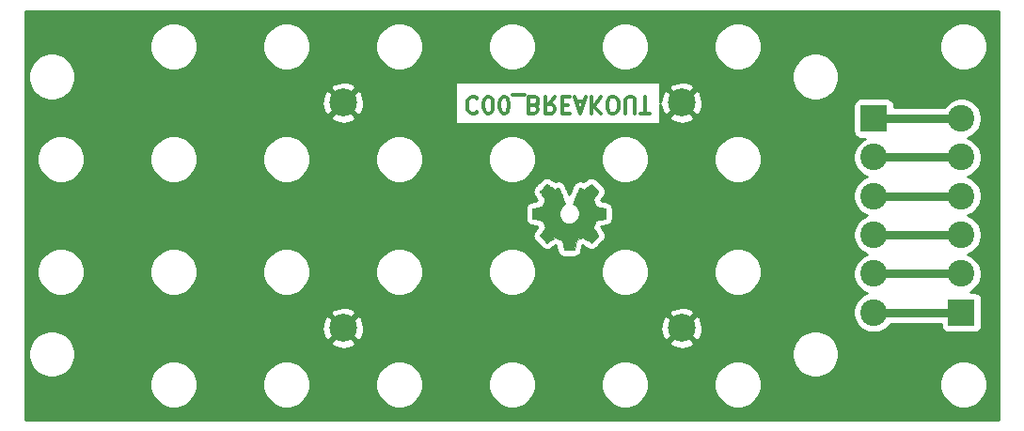
<source format=gbr>
G04 #@! TF.GenerationSoftware,KiCad,Pcbnew,5.1.5-52549c5~86~ubuntu18.04.1*
G04 #@! TF.CreationDate,2020-09-25T00:14:11-05:00*
G04 #@! TF.ProjectId,C00,4330302e-6b69-4636-9164-5f7063625858,rev?*
G04 #@! TF.SameCoordinates,Original*
G04 #@! TF.FileFunction,Copper,L2,Bot*
G04 #@! TF.FilePolarity,Positive*
%FSLAX46Y46*%
G04 Gerber Fmt 4.6, Leading zero omitted, Abs format (unit mm)*
G04 Created by KiCad (PCBNEW 5.1.5-52549c5~86~ubuntu18.04.1) date 2020-09-25 00:14:11*
%MOMM*%
%LPD*%
G04 APERTURE LIST*
%ADD10C,0.300000*%
%ADD11C,0.010000*%
%ADD12C,2.400000*%
%ADD13R,2.400000X2.400000*%
%ADD14C,2.499360*%
%ADD15C,0.750000*%
%ADD16C,0.254000*%
G04 APERTURE END LIST*
D10*
X61304600Y-28496485D02*
X61233171Y-28425057D01*
X61018885Y-28353628D01*
X60876028Y-28353628D01*
X60661742Y-28425057D01*
X60518885Y-28567914D01*
X60447457Y-28710771D01*
X60376028Y-28996485D01*
X60376028Y-29210771D01*
X60447457Y-29496485D01*
X60518885Y-29639342D01*
X60661742Y-29782200D01*
X60876028Y-29853628D01*
X61018885Y-29853628D01*
X61233171Y-29782200D01*
X61304600Y-29710771D01*
X62233171Y-29853628D02*
X62376028Y-29853628D01*
X62518885Y-29782200D01*
X62590314Y-29710771D01*
X62661742Y-29567914D01*
X62733171Y-29282200D01*
X62733171Y-28925057D01*
X62661742Y-28639342D01*
X62590314Y-28496485D01*
X62518885Y-28425057D01*
X62376028Y-28353628D01*
X62233171Y-28353628D01*
X62090314Y-28425057D01*
X62018885Y-28496485D01*
X61947457Y-28639342D01*
X61876028Y-28925057D01*
X61876028Y-29282200D01*
X61947457Y-29567914D01*
X62018885Y-29710771D01*
X62090314Y-29782200D01*
X62233171Y-29853628D01*
X63661742Y-29853628D02*
X63804600Y-29853628D01*
X63947457Y-29782200D01*
X64018885Y-29710771D01*
X64090314Y-29567914D01*
X64161742Y-29282200D01*
X64161742Y-28925057D01*
X64090314Y-28639342D01*
X64018885Y-28496485D01*
X63947457Y-28425057D01*
X63804600Y-28353628D01*
X63661742Y-28353628D01*
X63518885Y-28425057D01*
X63447457Y-28496485D01*
X63376028Y-28639342D01*
X63304600Y-28925057D01*
X63304600Y-29282200D01*
X63376028Y-29567914D01*
X63447457Y-29710771D01*
X63518885Y-29782200D01*
X63661742Y-29853628D01*
X64447457Y-28210771D02*
X65590314Y-28210771D01*
X66447457Y-29139342D02*
X66661742Y-29067914D01*
X66733171Y-28996485D01*
X66804600Y-28853628D01*
X66804600Y-28639342D01*
X66733171Y-28496485D01*
X66661742Y-28425057D01*
X66518885Y-28353628D01*
X65947457Y-28353628D01*
X65947457Y-29853628D01*
X66447457Y-29853628D01*
X66590314Y-29782200D01*
X66661742Y-29710771D01*
X66733171Y-29567914D01*
X66733171Y-29425057D01*
X66661742Y-29282200D01*
X66590314Y-29210771D01*
X66447457Y-29139342D01*
X65947457Y-29139342D01*
X68304600Y-28353628D02*
X67804600Y-29067914D01*
X67447457Y-28353628D02*
X67447457Y-29853628D01*
X68018885Y-29853628D01*
X68161742Y-29782200D01*
X68233171Y-29710771D01*
X68304600Y-29567914D01*
X68304600Y-29353628D01*
X68233171Y-29210771D01*
X68161742Y-29139342D01*
X68018885Y-29067914D01*
X67447457Y-29067914D01*
X68947457Y-29139342D02*
X69447457Y-29139342D01*
X69661742Y-28353628D02*
X68947457Y-28353628D01*
X68947457Y-29853628D01*
X69661742Y-29853628D01*
X70233171Y-28782200D02*
X70947457Y-28782200D01*
X70090314Y-28353628D02*
X70590314Y-29853628D01*
X71090314Y-28353628D01*
X71590314Y-28353628D02*
X71590314Y-29853628D01*
X72447457Y-28353628D02*
X71804600Y-29210771D01*
X72447457Y-29853628D02*
X71590314Y-28996485D01*
X73376028Y-29853628D02*
X73661742Y-29853628D01*
X73804600Y-29782200D01*
X73947457Y-29639342D01*
X74018885Y-29353628D01*
X74018885Y-28853628D01*
X73947457Y-28567914D01*
X73804600Y-28425057D01*
X73661742Y-28353628D01*
X73376028Y-28353628D01*
X73233171Y-28425057D01*
X73090314Y-28567914D01*
X73018885Y-28853628D01*
X73018885Y-29353628D01*
X73090314Y-29639342D01*
X73233171Y-29782200D01*
X73376028Y-29853628D01*
X74661742Y-29853628D02*
X74661742Y-28639342D01*
X74733171Y-28496485D01*
X74804600Y-28425057D01*
X74947457Y-28353628D01*
X75233171Y-28353628D01*
X75376028Y-28425057D01*
X75447457Y-28496485D01*
X75518885Y-28639342D01*
X75518885Y-29853628D01*
X76018885Y-29853628D02*
X76876028Y-29853628D01*
X76447457Y-28353628D02*
X76447457Y-29853628D01*
D11*
G36*
X70126414Y-41723269D02*
G01*
X70210235Y-41278645D01*
X70519520Y-41151147D01*
X70828806Y-41023649D01*
X71199846Y-41275954D01*
X71303757Y-41346204D01*
X71397687Y-41408928D01*
X71477252Y-41461262D01*
X71538070Y-41500343D01*
X71575757Y-41523307D01*
X71586021Y-41528258D01*
X71604510Y-41515524D01*
X71644020Y-41480318D01*
X71700122Y-41427138D01*
X71768387Y-41360482D01*
X71844386Y-41284846D01*
X71923692Y-41204728D01*
X72001875Y-41124626D01*
X72074507Y-41049036D01*
X72137159Y-40982455D01*
X72185403Y-40929382D01*
X72214810Y-40894313D01*
X72221841Y-40882577D01*
X72211723Y-40860940D01*
X72183359Y-40813538D01*
X72139729Y-40745007D01*
X72083818Y-40659985D01*
X72018606Y-40563107D01*
X71980819Y-40507850D01*
X71911943Y-40406952D01*
X71850740Y-40315901D01*
X71800178Y-40239230D01*
X71763228Y-40181472D01*
X71742858Y-40147157D01*
X71739797Y-40139946D01*
X71746736Y-40119452D01*
X71765651Y-40071687D01*
X71793687Y-40003368D01*
X71827991Y-39921211D01*
X71865709Y-39831930D01*
X71903987Y-39742242D01*
X71939970Y-39658862D01*
X71970806Y-39588506D01*
X71993639Y-39537890D01*
X72005617Y-39513729D01*
X72006324Y-39512778D01*
X72025131Y-39508164D01*
X72075218Y-39497872D01*
X72151393Y-39482913D01*
X72248465Y-39464299D01*
X72361243Y-39443041D01*
X72427042Y-39430782D01*
X72547550Y-39407838D01*
X72656397Y-39386005D01*
X72748076Y-39366478D01*
X72817081Y-39350452D01*
X72857904Y-39339121D01*
X72866111Y-39335526D01*
X72874148Y-39311194D01*
X72880633Y-39256241D01*
X72885570Y-39177092D01*
X72888964Y-39080174D01*
X72890818Y-38971913D01*
X72891138Y-38858735D01*
X72889927Y-38747065D01*
X72887190Y-38643332D01*
X72882931Y-38553959D01*
X72877155Y-38485374D01*
X72869867Y-38444003D01*
X72865495Y-38435390D01*
X72839364Y-38425067D01*
X72783993Y-38410308D01*
X72706707Y-38392848D01*
X72614830Y-38374420D01*
X72582758Y-38368459D01*
X72428124Y-38340134D01*
X72305975Y-38317324D01*
X72212273Y-38299120D01*
X72142984Y-38284617D01*
X72094071Y-38272908D01*
X72061497Y-38263085D01*
X72041228Y-38254244D01*
X72029226Y-38245476D01*
X72027547Y-38243743D01*
X72010784Y-38215829D01*
X71985214Y-38161505D01*
X71953388Y-38087423D01*
X71917860Y-38000235D01*
X71881183Y-37906592D01*
X71845911Y-37813148D01*
X71814596Y-37726553D01*
X71789793Y-37653460D01*
X71774054Y-37600522D01*
X71769932Y-37574389D01*
X71770276Y-37573474D01*
X71784241Y-37552114D01*
X71815922Y-37505116D01*
X71861991Y-37437373D01*
X71919118Y-37353777D01*
X71983973Y-37259218D01*
X72002443Y-37232346D01*
X72068299Y-37134925D01*
X72126250Y-37046037D01*
X72173138Y-36970788D01*
X72205807Y-36914280D01*
X72221100Y-36881619D01*
X72221841Y-36877607D01*
X72208992Y-36856516D01*
X72173488Y-36814736D01*
X72119893Y-36756755D01*
X72052771Y-36687065D01*
X71976687Y-36610155D01*
X71896204Y-36530517D01*
X71815887Y-36452639D01*
X71740299Y-36381014D01*
X71674005Y-36320130D01*
X71621569Y-36274479D01*
X71587555Y-36248550D01*
X71578145Y-36244317D01*
X71556243Y-36254288D01*
X71511400Y-36281180D01*
X71450921Y-36320464D01*
X71404389Y-36352083D01*
X71320075Y-36410102D01*
X71220226Y-36478416D01*
X71120073Y-36546621D01*
X71066227Y-36583125D01*
X70883971Y-36706400D01*
X70730981Y-36623680D01*
X70661282Y-36587441D01*
X70602014Y-36559274D01*
X70561911Y-36543209D01*
X70551703Y-36540974D01*
X70539429Y-36557478D01*
X70515213Y-36604118D01*
X70480863Y-36676591D01*
X70438188Y-36770594D01*
X70388994Y-36881826D01*
X70335090Y-37005985D01*
X70278284Y-37138768D01*
X70220382Y-37275873D01*
X70163193Y-37412998D01*
X70108524Y-37545842D01*
X70058184Y-37670102D01*
X70013980Y-37781475D01*
X69977719Y-37875661D01*
X69951209Y-37948356D01*
X69936258Y-37995259D01*
X69933854Y-38011367D01*
X69952911Y-38031914D01*
X69994636Y-38065267D01*
X70050306Y-38104498D01*
X70054978Y-38107601D01*
X70198864Y-38222777D01*
X70314883Y-38357147D01*
X70402030Y-38506416D01*
X70459299Y-38666287D01*
X70485686Y-38832463D01*
X70480185Y-39000648D01*
X70441790Y-39166545D01*
X70369495Y-39325858D01*
X70348226Y-39360713D01*
X70237596Y-39501463D01*
X70106902Y-39614486D01*
X69960664Y-39699197D01*
X69803408Y-39755006D01*
X69639657Y-39781326D01*
X69473933Y-39777570D01*
X69310762Y-39743150D01*
X69154665Y-39677477D01*
X69010167Y-39579965D01*
X68965469Y-39540387D01*
X68851712Y-39416497D01*
X68768818Y-39286076D01*
X68711956Y-39139885D01*
X68680287Y-38995112D01*
X68672469Y-38832340D01*
X68698538Y-38668760D01*
X68755845Y-38509902D01*
X68841744Y-38361294D01*
X68953586Y-38228465D01*
X69088723Y-38116944D01*
X69106483Y-38105189D01*
X69162750Y-38066692D01*
X69205523Y-38033337D01*
X69225972Y-38012040D01*
X69226269Y-38011367D01*
X69221879Y-37988329D01*
X69204476Y-37936043D01*
X69175868Y-37858810D01*
X69137865Y-37760932D01*
X69092274Y-37646709D01*
X69040903Y-37520442D01*
X68985562Y-37386433D01*
X68928058Y-37248982D01*
X68870201Y-37112392D01*
X68813798Y-36980963D01*
X68760658Y-36858995D01*
X68712590Y-36750791D01*
X68671401Y-36660651D01*
X68638901Y-36592877D01*
X68616897Y-36551770D01*
X68608036Y-36540974D01*
X68580960Y-36549381D01*
X68530297Y-36571928D01*
X68464783Y-36604587D01*
X68428759Y-36623680D01*
X68275768Y-36706400D01*
X68093512Y-36583125D01*
X68000475Y-36519972D01*
X67898615Y-36450473D01*
X67803162Y-36385035D01*
X67755350Y-36352083D01*
X67688105Y-36306927D01*
X67631164Y-36271143D01*
X67591954Y-36249262D01*
X67579219Y-36244637D01*
X67560683Y-36257115D01*
X67519659Y-36291948D01*
X67460125Y-36345522D01*
X67386058Y-36414217D01*
X67301435Y-36494419D01*
X67247915Y-36545914D01*
X67154281Y-36637914D01*
X67073359Y-36720201D01*
X67008423Y-36789255D01*
X66962742Y-36841556D01*
X66939589Y-36873584D01*
X66937368Y-36880084D01*
X66947676Y-36904806D01*
X66976161Y-36954795D01*
X67019663Y-37024988D01*
X67075023Y-37110325D01*
X67139080Y-37205744D01*
X67157297Y-37232346D01*
X67223673Y-37329033D01*
X67283222Y-37416083D01*
X67332616Y-37488605D01*
X67368525Y-37541707D01*
X67387619Y-37570497D01*
X67389464Y-37573474D01*
X67386705Y-37596418D01*
X67372062Y-37646864D01*
X67348087Y-37718159D01*
X67317334Y-37803653D01*
X67282356Y-37896693D01*
X67245707Y-37990626D01*
X67209939Y-38078801D01*
X67177606Y-38154566D01*
X67151262Y-38211269D01*
X67133458Y-38242257D01*
X67132193Y-38243743D01*
X67121306Y-38252599D01*
X67102918Y-38261357D01*
X67072994Y-38270923D01*
X67027497Y-38282204D01*
X66962391Y-38296107D01*
X66873639Y-38313537D01*
X66757207Y-38335402D01*
X66609058Y-38362609D01*
X66576982Y-38368459D01*
X66481914Y-38386826D01*
X66399035Y-38404795D01*
X66335670Y-38420631D01*
X66299142Y-38432600D01*
X66294244Y-38435390D01*
X66286173Y-38460128D01*
X66279613Y-38515410D01*
X66274567Y-38594811D01*
X66271041Y-38691904D01*
X66269039Y-38800262D01*
X66268564Y-38913460D01*
X66269623Y-39025072D01*
X66272218Y-39128671D01*
X66276354Y-39217832D01*
X66282037Y-39286128D01*
X66289269Y-39327134D01*
X66293629Y-39335526D01*
X66317902Y-39343992D01*
X66373174Y-39357765D01*
X66453938Y-39375650D01*
X66554688Y-39396452D01*
X66669917Y-39418977D01*
X66732698Y-39430782D01*
X66851813Y-39453049D01*
X66958035Y-39473221D01*
X67046173Y-39490285D01*
X67111034Y-39503231D01*
X67147426Y-39511045D01*
X67153416Y-39512778D01*
X67163539Y-39532310D01*
X67184938Y-39579357D01*
X67214761Y-39647197D01*
X67250155Y-39729109D01*
X67288268Y-39818372D01*
X67326247Y-39908265D01*
X67361240Y-39992065D01*
X67390394Y-40063053D01*
X67410857Y-40114506D01*
X67419777Y-40139703D01*
X67419943Y-40140804D01*
X67409831Y-40160681D01*
X67381483Y-40206423D01*
X67337877Y-40273483D01*
X67281994Y-40357316D01*
X67216813Y-40453374D01*
X67178921Y-40508550D01*
X67109875Y-40609719D01*
X67048550Y-40701570D01*
X66997937Y-40779456D01*
X66961029Y-40838731D01*
X66940818Y-40874749D01*
X66937899Y-40882823D01*
X66950447Y-40901616D01*
X66985137Y-40941743D01*
X67037537Y-40998707D01*
X67103216Y-41068015D01*
X67177744Y-41145169D01*
X67256687Y-41225675D01*
X67335617Y-41305037D01*
X67410100Y-41378760D01*
X67475706Y-41442348D01*
X67528004Y-41491306D01*
X67562561Y-41521139D01*
X67574122Y-41528258D01*
X67592946Y-41518247D01*
X67637969Y-41490122D01*
X67704813Y-41446746D01*
X67789101Y-41390982D01*
X67886456Y-41325694D01*
X67959893Y-41275954D01*
X68330933Y-41023649D01*
X68949505Y-41278645D01*
X69033325Y-41723269D01*
X69117146Y-42167893D01*
X70042594Y-42167893D01*
X70126414Y-41723269D01*
G37*
X70126414Y-41723269D02*
X70210235Y-41278645D01*
X70519520Y-41151147D01*
X70828806Y-41023649D01*
X71199846Y-41275954D01*
X71303757Y-41346204D01*
X71397687Y-41408928D01*
X71477252Y-41461262D01*
X71538070Y-41500343D01*
X71575757Y-41523307D01*
X71586021Y-41528258D01*
X71604510Y-41515524D01*
X71644020Y-41480318D01*
X71700122Y-41427138D01*
X71768387Y-41360482D01*
X71844386Y-41284846D01*
X71923692Y-41204728D01*
X72001875Y-41124626D01*
X72074507Y-41049036D01*
X72137159Y-40982455D01*
X72185403Y-40929382D01*
X72214810Y-40894313D01*
X72221841Y-40882577D01*
X72211723Y-40860940D01*
X72183359Y-40813538D01*
X72139729Y-40745007D01*
X72083818Y-40659985D01*
X72018606Y-40563107D01*
X71980819Y-40507850D01*
X71911943Y-40406952D01*
X71850740Y-40315901D01*
X71800178Y-40239230D01*
X71763228Y-40181472D01*
X71742858Y-40147157D01*
X71739797Y-40139946D01*
X71746736Y-40119452D01*
X71765651Y-40071687D01*
X71793687Y-40003368D01*
X71827991Y-39921211D01*
X71865709Y-39831930D01*
X71903987Y-39742242D01*
X71939970Y-39658862D01*
X71970806Y-39588506D01*
X71993639Y-39537890D01*
X72005617Y-39513729D01*
X72006324Y-39512778D01*
X72025131Y-39508164D01*
X72075218Y-39497872D01*
X72151393Y-39482913D01*
X72248465Y-39464299D01*
X72361243Y-39443041D01*
X72427042Y-39430782D01*
X72547550Y-39407838D01*
X72656397Y-39386005D01*
X72748076Y-39366478D01*
X72817081Y-39350452D01*
X72857904Y-39339121D01*
X72866111Y-39335526D01*
X72874148Y-39311194D01*
X72880633Y-39256241D01*
X72885570Y-39177092D01*
X72888964Y-39080174D01*
X72890818Y-38971913D01*
X72891138Y-38858735D01*
X72889927Y-38747065D01*
X72887190Y-38643332D01*
X72882931Y-38553959D01*
X72877155Y-38485374D01*
X72869867Y-38444003D01*
X72865495Y-38435390D01*
X72839364Y-38425067D01*
X72783993Y-38410308D01*
X72706707Y-38392848D01*
X72614830Y-38374420D01*
X72582758Y-38368459D01*
X72428124Y-38340134D01*
X72305975Y-38317324D01*
X72212273Y-38299120D01*
X72142984Y-38284617D01*
X72094071Y-38272908D01*
X72061497Y-38263085D01*
X72041228Y-38254244D01*
X72029226Y-38245476D01*
X72027547Y-38243743D01*
X72010784Y-38215829D01*
X71985214Y-38161505D01*
X71953388Y-38087423D01*
X71917860Y-38000235D01*
X71881183Y-37906592D01*
X71845911Y-37813148D01*
X71814596Y-37726553D01*
X71789793Y-37653460D01*
X71774054Y-37600522D01*
X71769932Y-37574389D01*
X71770276Y-37573474D01*
X71784241Y-37552114D01*
X71815922Y-37505116D01*
X71861991Y-37437373D01*
X71919118Y-37353777D01*
X71983973Y-37259218D01*
X72002443Y-37232346D01*
X72068299Y-37134925D01*
X72126250Y-37046037D01*
X72173138Y-36970788D01*
X72205807Y-36914280D01*
X72221100Y-36881619D01*
X72221841Y-36877607D01*
X72208992Y-36856516D01*
X72173488Y-36814736D01*
X72119893Y-36756755D01*
X72052771Y-36687065D01*
X71976687Y-36610155D01*
X71896204Y-36530517D01*
X71815887Y-36452639D01*
X71740299Y-36381014D01*
X71674005Y-36320130D01*
X71621569Y-36274479D01*
X71587555Y-36248550D01*
X71578145Y-36244317D01*
X71556243Y-36254288D01*
X71511400Y-36281180D01*
X71450921Y-36320464D01*
X71404389Y-36352083D01*
X71320075Y-36410102D01*
X71220226Y-36478416D01*
X71120073Y-36546621D01*
X71066227Y-36583125D01*
X70883971Y-36706400D01*
X70730981Y-36623680D01*
X70661282Y-36587441D01*
X70602014Y-36559274D01*
X70561911Y-36543209D01*
X70551703Y-36540974D01*
X70539429Y-36557478D01*
X70515213Y-36604118D01*
X70480863Y-36676591D01*
X70438188Y-36770594D01*
X70388994Y-36881826D01*
X70335090Y-37005985D01*
X70278284Y-37138768D01*
X70220382Y-37275873D01*
X70163193Y-37412998D01*
X70108524Y-37545842D01*
X70058184Y-37670102D01*
X70013980Y-37781475D01*
X69977719Y-37875661D01*
X69951209Y-37948356D01*
X69936258Y-37995259D01*
X69933854Y-38011367D01*
X69952911Y-38031914D01*
X69994636Y-38065267D01*
X70050306Y-38104498D01*
X70054978Y-38107601D01*
X70198864Y-38222777D01*
X70314883Y-38357147D01*
X70402030Y-38506416D01*
X70459299Y-38666287D01*
X70485686Y-38832463D01*
X70480185Y-39000648D01*
X70441790Y-39166545D01*
X70369495Y-39325858D01*
X70348226Y-39360713D01*
X70237596Y-39501463D01*
X70106902Y-39614486D01*
X69960664Y-39699197D01*
X69803408Y-39755006D01*
X69639657Y-39781326D01*
X69473933Y-39777570D01*
X69310762Y-39743150D01*
X69154665Y-39677477D01*
X69010167Y-39579965D01*
X68965469Y-39540387D01*
X68851712Y-39416497D01*
X68768818Y-39286076D01*
X68711956Y-39139885D01*
X68680287Y-38995112D01*
X68672469Y-38832340D01*
X68698538Y-38668760D01*
X68755845Y-38509902D01*
X68841744Y-38361294D01*
X68953586Y-38228465D01*
X69088723Y-38116944D01*
X69106483Y-38105189D01*
X69162750Y-38066692D01*
X69205523Y-38033337D01*
X69225972Y-38012040D01*
X69226269Y-38011367D01*
X69221879Y-37988329D01*
X69204476Y-37936043D01*
X69175868Y-37858810D01*
X69137865Y-37760932D01*
X69092274Y-37646709D01*
X69040903Y-37520442D01*
X68985562Y-37386433D01*
X68928058Y-37248982D01*
X68870201Y-37112392D01*
X68813798Y-36980963D01*
X68760658Y-36858995D01*
X68712590Y-36750791D01*
X68671401Y-36660651D01*
X68638901Y-36592877D01*
X68616897Y-36551770D01*
X68608036Y-36540974D01*
X68580960Y-36549381D01*
X68530297Y-36571928D01*
X68464783Y-36604587D01*
X68428759Y-36623680D01*
X68275768Y-36706400D01*
X68093512Y-36583125D01*
X68000475Y-36519972D01*
X67898615Y-36450473D01*
X67803162Y-36385035D01*
X67755350Y-36352083D01*
X67688105Y-36306927D01*
X67631164Y-36271143D01*
X67591954Y-36249262D01*
X67579219Y-36244637D01*
X67560683Y-36257115D01*
X67519659Y-36291948D01*
X67460125Y-36345522D01*
X67386058Y-36414217D01*
X67301435Y-36494419D01*
X67247915Y-36545914D01*
X67154281Y-36637914D01*
X67073359Y-36720201D01*
X67008423Y-36789255D01*
X66962742Y-36841556D01*
X66939589Y-36873584D01*
X66937368Y-36880084D01*
X66947676Y-36904806D01*
X66976161Y-36954795D01*
X67019663Y-37024988D01*
X67075023Y-37110325D01*
X67139080Y-37205744D01*
X67157297Y-37232346D01*
X67223673Y-37329033D01*
X67283222Y-37416083D01*
X67332616Y-37488605D01*
X67368525Y-37541707D01*
X67387619Y-37570497D01*
X67389464Y-37573474D01*
X67386705Y-37596418D01*
X67372062Y-37646864D01*
X67348087Y-37718159D01*
X67317334Y-37803653D01*
X67282356Y-37896693D01*
X67245707Y-37990626D01*
X67209939Y-38078801D01*
X67177606Y-38154566D01*
X67151262Y-38211269D01*
X67133458Y-38242257D01*
X67132193Y-38243743D01*
X67121306Y-38252599D01*
X67102918Y-38261357D01*
X67072994Y-38270923D01*
X67027497Y-38282204D01*
X66962391Y-38296107D01*
X66873639Y-38313537D01*
X66757207Y-38335402D01*
X66609058Y-38362609D01*
X66576982Y-38368459D01*
X66481914Y-38386826D01*
X66399035Y-38404795D01*
X66335670Y-38420631D01*
X66299142Y-38432600D01*
X66294244Y-38435390D01*
X66286173Y-38460128D01*
X66279613Y-38515410D01*
X66274567Y-38594811D01*
X66271041Y-38691904D01*
X66269039Y-38800262D01*
X66268564Y-38913460D01*
X66269623Y-39025072D01*
X66272218Y-39128671D01*
X66276354Y-39217832D01*
X66282037Y-39286128D01*
X66289269Y-39327134D01*
X66293629Y-39335526D01*
X66317902Y-39343992D01*
X66373174Y-39357765D01*
X66453938Y-39375650D01*
X66554688Y-39396452D01*
X66669917Y-39418977D01*
X66732698Y-39430782D01*
X66851813Y-39453049D01*
X66958035Y-39473221D01*
X67046173Y-39490285D01*
X67111034Y-39503231D01*
X67147426Y-39511045D01*
X67153416Y-39512778D01*
X67163539Y-39532310D01*
X67184938Y-39579357D01*
X67214761Y-39647197D01*
X67250155Y-39729109D01*
X67288268Y-39818372D01*
X67326247Y-39908265D01*
X67361240Y-39992065D01*
X67390394Y-40063053D01*
X67410857Y-40114506D01*
X67419777Y-40139703D01*
X67419943Y-40140804D01*
X67409831Y-40160681D01*
X67381483Y-40206423D01*
X67337877Y-40273483D01*
X67281994Y-40357316D01*
X67216813Y-40453374D01*
X67178921Y-40508550D01*
X67109875Y-40609719D01*
X67048550Y-40701570D01*
X66997937Y-40779456D01*
X66961029Y-40838731D01*
X66940818Y-40874749D01*
X66937899Y-40882823D01*
X66950447Y-40901616D01*
X66985137Y-40941743D01*
X67037537Y-40998707D01*
X67103216Y-41068015D01*
X67177744Y-41145169D01*
X67256687Y-41225675D01*
X67335617Y-41305037D01*
X67410100Y-41378760D01*
X67475706Y-41442348D01*
X67528004Y-41491306D01*
X67562561Y-41521139D01*
X67574122Y-41528258D01*
X67592946Y-41518247D01*
X67637969Y-41490122D01*
X67704813Y-41446746D01*
X67789101Y-41390982D01*
X67886456Y-41325694D01*
X67959893Y-41275954D01*
X68330933Y-41023649D01*
X68949505Y-41278645D01*
X69033325Y-41723269D01*
X69117146Y-42167893D01*
X70042594Y-42167893D01*
X70126414Y-41723269D01*
D12*
X97000000Y-47800000D03*
X97000000Y-44300000D03*
X97000000Y-40800000D03*
X97000000Y-37300000D03*
X97000000Y-33800000D03*
D13*
X97000000Y-30300000D03*
D12*
X104900000Y-30300000D03*
X104900000Y-33800000D03*
X104900000Y-37300000D03*
X104900000Y-40800000D03*
X104900000Y-44300000D03*
D13*
X104900000Y-47800000D03*
D14*
X79690000Y-49210000D03*
X79690000Y-28890000D03*
X49210000Y-49210000D03*
X49210000Y-28890000D03*
D15*
X98950000Y-30300000D02*
X104900000Y-30300000D01*
X97000000Y-30300000D02*
X98950000Y-30300000D01*
X104900000Y-33800000D02*
X97000000Y-33800000D01*
X97000000Y-37300000D02*
X104900000Y-37300000D01*
X104900000Y-40800000D02*
X97000000Y-40800000D01*
X97000000Y-44300000D02*
X104900000Y-44300000D01*
X104900000Y-47800000D02*
X97000000Y-47800000D01*
D16*
G36*
X108240001Y-57440000D02*
G01*
X20660000Y-57440000D01*
X20660000Y-54079721D01*
X31835000Y-54079721D01*
X31835000Y-54500279D01*
X31917047Y-54912756D01*
X32077988Y-55301302D01*
X32311637Y-55650983D01*
X32609017Y-55948363D01*
X32958698Y-56182012D01*
X33347244Y-56342953D01*
X33759721Y-56425000D01*
X34180279Y-56425000D01*
X34592756Y-56342953D01*
X34981302Y-56182012D01*
X35330983Y-55948363D01*
X35628363Y-55650983D01*
X35862012Y-55301302D01*
X36022953Y-54912756D01*
X36105000Y-54500279D01*
X36105000Y-54079721D01*
X41995000Y-54079721D01*
X41995000Y-54500279D01*
X42077047Y-54912756D01*
X42237988Y-55301302D01*
X42471637Y-55650983D01*
X42769017Y-55948363D01*
X43118698Y-56182012D01*
X43507244Y-56342953D01*
X43919721Y-56425000D01*
X44340279Y-56425000D01*
X44752756Y-56342953D01*
X45141302Y-56182012D01*
X45490983Y-55948363D01*
X45788363Y-55650983D01*
X46022012Y-55301302D01*
X46182953Y-54912756D01*
X46265000Y-54500279D01*
X46265000Y-54079721D01*
X52155000Y-54079721D01*
X52155000Y-54500279D01*
X52237047Y-54912756D01*
X52397988Y-55301302D01*
X52631637Y-55650983D01*
X52929017Y-55948363D01*
X53278698Y-56182012D01*
X53667244Y-56342953D01*
X54079721Y-56425000D01*
X54500279Y-56425000D01*
X54912756Y-56342953D01*
X55301302Y-56182012D01*
X55650983Y-55948363D01*
X55948363Y-55650983D01*
X56182012Y-55301302D01*
X56342953Y-54912756D01*
X56425000Y-54500279D01*
X56425000Y-54079721D01*
X62315000Y-54079721D01*
X62315000Y-54500279D01*
X62397047Y-54912756D01*
X62557988Y-55301302D01*
X62791637Y-55650983D01*
X63089017Y-55948363D01*
X63438698Y-56182012D01*
X63827244Y-56342953D01*
X64239721Y-56425000D01*
X64660279Y-56425000D01*
X65072756Y-56342953D01*
X65461302Y-56182012D01*
X65810983Y-55948363D01*
X66108363Y-55650983D01*
X66342012Y-55301302D01*
X66502953Y-54912756D01*
X66585000Y-54500279D01*
X66585000Y-54079721D01*
X72475000Y-54079721D01*
X72475000Y-54500279D01*
X72557047Y-54912756D01*
X72717988Y-55301302D01*
X72951637Y-55650983D01*
X73249017Y-55948363D01*
X73598698Y-56182012D01*
X73987244Y-56342953D01*
X74399721Y-56425000D01*
X74820279Y-56425000D01*
X75232756Y-56342953D01*
X75621302Y-56182012D01*
X75970983Y-55948363D01*
X76268363Y-55650983D01*
X76502012Y-55301302D01*
X76662953Y-54912756D01*
X76745000Y-54500279D01*
X76745000Y-54079721D01*
X82635000Y-54079721D01*
X82635000Y-54500279D01*
X82717047Y-54912756D01*
X82877988Y-55301302D01*
X83111637Y-55650983D01*
X83409017Y-55948363D01*
X83758698Y-56182012D01*
X84147244Y-56342953D01*
X84559721Y-56425000D01*
X84980279Y-56425000D01*
X85392756Y-56342953D01*
X85781302Y-56182012D01*
X86130983Y-55948363D01*
X86428363Y-55650983D01*
X86662012Y-55301302D01*
X86822953Y-54912756D01*
X86905000Y-54500279D01*
X86905000Y-54079721D01*
X102955000Y-54079721D01*
X102955000Y-54500279D01*
X103037047Y-54912756D01*
X103197988Y-55301302D01*
X103431637Y-55650983D01*
X103729017Y-55948363D01*
X104078698Y-56182012D01*
X104467244Y-56342953D01*
X104879721Y-56425000D01*
X105300279Y-56425000D01*
X105712756Y-56342953D01*
X106101302Y-56182012D01*
X106450983Y-55948363D01*
X106748363Y-55650983D01*
X106982012Y-55301302D01*
X107142953Y-54912756D01*
X107225000Y-54500279D01*
X107225000Y-54079721D01*
X107142953Y-53667244D01*
X106982012Y-53278698D01*
X106748363Y-52929017D01*
X106450983Y-52631637D01*
X106101302Y-52397988D01*
X105712756Y-52237047D01*
X105300279Y-52155000D01*
X104879721Y-52155000D01*
X104467244Y-52237047D01*
X104078698Y-52397988D01*
X103729017Y-52631637D01*
X103431637Y-52929017D01*
X103197988Y-53278698D01*
X103037047Y-53667244D01*
X102955000Y-54079721D01*
X86905000Y-54079721D01*
X86822953Y-53667244D01*
X86662012Y-53278698D01*
X86428363Y-52929017D01*
X86130983Y-52631637D01*
X85781302Y-52397988D01*
X85392756Y-52237047D01*
X84980279Y-52155000D01*
X84559721Y-52155000D01*
X84147244Y-52237047D01*
X83758698Y-52397988D01*
X83409017Y-52631637D01*
X83111637Y-52929017D01*
X82877988Y-53278698D01*
X82717047Y-53667244D01*
X82635000Y-54079721D01*
X76745000Y-54079721D01*
X76662953Y-53667244D01*
X76502012Y-53278698D01*
X76268363Y-52929017D01*
X75970983Y-52631637D01*
X75621302Y-52397988D01*
X75232756Y-52237047D01*
X74820279Y-52155000D01*
X74399721Y-52155000D01*
X73987244Y-52237047D01*
X73598698Y-52397988D01*
X73249017Y-52631637D01*
X72951637Y-52929017D01*
X72717988Y-53278698D01*
X72557047Y-53667244D01*
X72475000Y-54079721D01*
X66585000Y-54079721D01*
X66502953Y-53667244D01*
X66342012Y-53278698D01*
X66108363Y-52929017D01*
X65810983Y-52631637D01*
X65461302Y-52397988D01*
X65072756Y-52237047D01*
X64660279Y-52155000D01*
X64239721Y-52155000D01*
X63827244Y-52237047D01*
X63438698Y-52397988D01*
X63089017Y-52631637D01*
X62791637Y-52929017D01*
X62557988Y-53278698D01*
X62397047Y-53667244D01*
X62315000Y-54079721D01*
X56425000Y-54079721D01*
X56342953Y-53667244D01*
X56182012Y-53278698D01*
X55948363Y-52929017D01*
X55650983Y-52631637D01*
X55301302Y-52397988D01*
X54912756Y-52237047D01*
X54500279Y-52155000D01*
X54079721Y-52155000D01*
X53667244Y-52237047D01*
X53278698Y-52397988D01*
X52929017Y-52631637D01*
X52631637Y-52929017D01*
X52397988Y-53278698D01*
X52237047Y-53667244D01*
X52155000Y-54079721D01*
X46265000Y-54079721D01*
X46182953Y-53667244D01*
X46022012Y-53278698D01*
X45788363Y-52929017D01*
X45490983Y-52631637D01*
X45141302Y-52397988D01*
X44752756Y-52237047D01*
X44340279Y-52155000D01*
X43919721Y-52155000D01*
X43507244Y-52237047D01*
X43118698Y-52397988D01*
X42769017Y-52631637D01*
X42471637Y-52929017D01*
X42237988Y-53278698D01*
X42077047Y-53667244D01*
X41995000Y-54079721D01*
X36105000Y-54079721D01*
X36022953Y-53667244D01*
X35862012Y-53278698D01*
X35628363Y-52929017D01*
X35330983Y-52631637D01*
X34981302Y-52397988D01*
X34592756Y-52237047D01*
X34180279Y-52155000D01*
X33759721Y-52155000D01*
X33347244Y-52237047D01*
X32958698Y-52397988D01*
X32609017Y-52631637D01*
X32311637Y-52929017D01*
X32077988Y-53278698D01*
X31917047Y-53667244D01*
X31835000Y-54079721D01*
X20660000Y-54079721D01*
X20660000Y-51339721D01*
X20865000Y-51339721D01*
X20865000Y-51760279D01*
X20947047Y-52172756D01*
X21107988Y-52561302D01*
X21341637Y-52910983D01*
X21639017Y-53208363D01*
X21988698Y-53442012D01*
X22377244Y-53602953D01*
X22789721Y-53685000D01*
X23210279Y-53685000D01*
X23622756Y-53602953D01*
X24011302Y-53442012D01*
X24360983Y-53208363D01*
X24658363Y-52910983D01*
X24892012Y-52561302D01*
X25052953Y-52172756D01*
X25135000Y-51760279D01*
X25135000Y-51339721D01*
X89615000Y-51339721D01*
X89615000Y-51760279D01*
X89697047Y-52172756D01*
X89857988Y-52561302D01*
X90091637Y-52910983D01*
X90389017Y-53208363D01*
X90738698Y-53442012D01*
X91127244Y-53602953D01*
X91539721Y-53685000D01*
X91960279Y-53685000D01*
X92372756Y-53602953D01*
X92761302Y-53442012D01*
X93110983Y-53208363D01*
X93408363Y-52910983D01*
X93642012Y-52561302D01*
X93802953Y-52172756D01*
X93885000Y-51760279D01*
X93885000Y-51339721D01*
X93802953Y-50927244D01*
X93642012Y-50538698D01*
X93408363Y-50189017D01*
X93110983Y-49891637D01*
X92761302Y-49657988D01*
X92372756Y-49497047D01*
X91960279Y-49415000D01*
X91539721Y-49415000D01*
X91127244Y-49497047D01*
X90738698Y-49657988D01*
X90389017Y-49891637D01*
X90091637Y-50189017D01*
X89857988Y-50538698D01*
X89697047Y-50927244D01*
X89615000Y-51339721D01*
X25135000Y-51339721D01*
X25052953Y-50927244D01*
X24892012Y-50538698D01*
X24881775Y-50523377D01*
X48076229Y-50523377D01*
X48202104Y-50813315D01*
X48534262Y-50979139D01*
X48892387Y-51076975D01*
X49262719Y-51103065D01*
X49631025Y-51056405D01*
X49983151Y-50938789D01*
X50217896Y-50813315D01*
X50343771Y-50523377D01*
X78556229Y-50523377D01*
X78682104Y-50813315D01*
X79014262Y-50979139D01*
X79372387Y-51076975D01*
X79742719Y-51103065D01*
X80111025Y-51056405D01*
X80463151Y-50938789D01*
X80697896Y-50813315D01*
X80823771Y-50523377D01*
X79690000Y-49389605D01*
X78556229Y-50523377D01*
X50343771Y-50523377D01*
X49210000Y-49389605D01*
X48076229Y-50523377D01*
X24881775Y-50523377D01*
X24658363Y-50189017D01*
X24360983Y-49891637D01*
X24011302Y-49657988D01*
X23622756Y-49497047D01*
X23210279Y-49415000D01*
X22789721Y-49415000D01*
X22377244Y-49497047D01*
X21988698Y-49657988D01*
X21639017Y-49891637D01*
X21341637Y-50189017D01*
X21107988Y-50538698D01*
X20947047Y-50927244D01*
X20865000Y-51339721D01*
X20660000Y-51339721D01*
X20660000Y-49262719D01*
X47316935Y-49262719D01*
X47363595Y-49631025D01*
X47481211Y-49983151D01*
X47606685Y-50217896D01*
X47896623Y-50343771D01*
X49030395Y-49210000D01*
X49389605Y-49210000D01*
X50523377Y-50343771D01*
X50813315Y-50217896D01*
X50979139Y-49885738D01*
X51076975Y-49527613D01*
X51095636Y-49262719D01*
X77796935Y-49262719D01*
X77843595Y-49631025D01*
X77961211Y-49983151D01*
X78086685Y-50217896D01*
X78376623Y-50343771D01*
X79510395Y-49210000D01*
X79869605Y-49210000D01*
X81003377Y-50343771D01*
X81293315Y-50217896D01*
X81459139Y-49885738D01*
X81556975Y-49527613D01*
X81583065Y-49157281D01*
X81536405Y-48788975D01*
X81418789Y-48436849D01*
X81293315Y-48202104D01*
X81003377Y-48076229D01*
X79869605Y-49210000D01*
X79510395Y-49210000D01*
X78376623Y-48076229D01*
X78086685Y-48202104D01*
X77920861Y-48534262D01*
X77823025Y-48892387D01*
X77796935Y-49262719D01*
X51095636Y-49262719D01*
X51103065Y-49157281D01*
X51056405Y-48788975D01*
X50938789Y-48436849D01*
X50813315Y-48202104D01*
X50523377Y-48076229D01*
X49389605Y-49210000D01*
X49030395Y-49210000D01*
X47896623Y-48076229D01*
X47606685Y-48202104D01*
X47440861Y-48534262D01*
X47343025Y-48892387D01*
X47316935Y-49262719D01*
X20660000Y-49262719D01*
X20660000Y-47896623D01*
X48076229Y-47896623D01*
X49210000Y-49030395D01*
X50343771Y-47896623D01*
X78556229Y-47896623D01*
X79690000Y-49030395D01*
X80823771Y-47896623D01*
X80697896Y-47606685D01*
X80365738Y-47440861D01*
X80007613Y-47343025D01*
X79637281Y-47316935D01*
X79268975Y-47363595D01*
X78916849Y-47481211D01*
X78682104Y-47606685D01*
X78556229Y-47896623D01*
X50343771Y-47896623D01*
X50217896Y-47606685D01*
X49885738Y-47440861D01*
X49527613Y-47343025D01*
X49157281Y-47316935D01*
X48788975Y-47363595D01*
X48436849Y-47481211D01*
X48202104Y-47606685D01*
X48076229Y-47896623D01*
X20660000Y-47896623D01*
X20660000Y-43919721D01*
X21675000Y-43919721D01*
X21675000Y-44340279D01*
X21757047Y-44752756D01*
X21917988Y-45141302D01*
X22151637Y-45490983D01*
X22449017Y-45788363D01*
X22798698Y-46022012D01*
X23187244Y-46182953D01*
X23599721Y-46265000D01*
X24020279Y-46265000D01*
X24432756Y-46182953D01*
X24821302Y-46022012D01*
X25170983Y-45788363D01*
X25468363Y-45490983D01*
X25702012Y-45141302D01*
X25862953Y-44752756D01*
X25945000Y-44340279D01*
X25945000Y-43919721D01*
X31835000Y-43919721D01*
X31835000Y-44340279D01*
X31917047Y-44752756D01*
X32077988Y-45141302D01*
X32311637Y-45490983D01*
X32609017Y-45788363D01*
X32958698Y-46022012D01*
X33347244Y-46182953D01*
X33759721Y-46265000D01*
X34180279Y-46265000D01*
X34592756Y-46182953D01*
X34981302Y-46022012D01*
X35330983Y-45788363D01*
X35628363Y-45490983D01*
X35862012Y-45141302D01*
X36022953Y-44752756D01*
X36105000Y-44340279D01*
X36105000Y-43919721D01*
X41995000Y-43919721D01*
X41995000Y-44340279D01*
X42077047Y-44752756D01*
X42237988Y-45141302D01*
X42471637Y-45490983D01*
X42769017Y-45788363D01*
X43118698Y-46022012D01*
X43507244Y-46182953D01*
X43919721Y-46265000D01*
X44340279Y-46265000D01*
X44752756Y-46182953D01*
X45141302Y-46022012D01*
X45490983Y-45788363D01*
X45788363Y-45490983D01*
X46022012Y-45141302D01*
X46182953Y-44752756D01*
X46265000Y-44340279D01*
X46265000Y-43919721D01*
X52155000Y-43919721D01*
X52155000Y-44340279D01*
X52237047Y-44752756D01*
X52397988Y-45141302D01*
X52631637Y-45490983D01*
X52929017Y-45788363D01*
X53278698Y-46022012D01*
X53667244Y-46182953D01*
X54079721Y-46265000D01*
X54500279Y-46265000D01*
X54912756Y-46182953D01*
X55301302Y-46022012D01*
X55650983Y-45788363D01*
X55948363Y-45490983D01*
X56182012Y-45141302D01*
X56342953Y-44752756D01*
X56425000Y-44340279D01*
X56425000Y-43919721D01*
X62315000Y-43919721D01*
X62315000Y-44340279D01*
X62397047Y-44752756D01*
X62557988Y-45141302D01*
X62791637Y-45490983D01*
X63089017Y-45788363D01*
X63438698Y-46022012D01*
X63827244Y-46182953D01*
X64239721Y-46265000D01*
X64660279Y-46265000D01*
X65072756Y-46182953D01*
X65461302Y-46022012D01*
X65810983Y-45788363D01*
X66108363Y-45490983D01*
X66342012Y-45141302D01*
X66502953Y-44752756D01*
X66585000Y-44340279D01*
X66585000Y-43919721D01*
X72475000Y-43919721D01*
X72475000Y-44340279D01*
X72557047Y-44752756D01*
X72717988Y-45141302D01*
X72951637Y-45490983D01*
X73249017Y-45788363D01*
X73598698Y-46022012D01*
X73987244Y-46182953D01*
X74399721Y-46265000D01*
X74820279Y-46265000D01*
X75232756Y-46182953D01*
X75621302Y-46022012D01*
X75970983Y-45788363D01*
X76268363Y-45490983D01*
X76502012Y-45141302D01*
X76662953Y-44752756D01*
X76745000Y-44340279D01*
X76745000Y-43919721D01*
X82635000Y-43919721D01*
X82635000Y-44340279D01*
X82717047Y-44752756D01*
X82877988Y-45141302D01*
X83111637Y-45490983D01*
X83409017Y-45788363D01*
X83758698Y-46022012D01*
X84147244Y-46182953D01*
X84559721Y-46265000D01*
X84980279Y-46265000D01*
X85392756Y-46182953D01*
X85781302Y-46022012D01*
X86130983Y-45788363D01*
X86428363Y-45490983D01*
X86662012Y-45141302D01*
X86822953Y-44752756D01*
X86905000Y-44340279D01*
X86905000Y-43919721D01*
X86822953Y-43507244D01*
X86662012Y-43118698D01*
X86428363Y-42769017D01*
X86130983Y-42471637D01*
X85781302Y-42237988D01*
X85392756Y-42077047D01*
X84980279Y-41995000D01*
X84559721Y-41995000D01*
X84147244Y-42077047D01*
X83758698Y-42237988D01*
X83409017Y-42471637D01*
X83111637Y-42769017D01*
X82877988Y-43118698D01*
X82717047Y-43507244D01*
X82635000Y-43919721D01*
X76745000Y-43919721D01*
X76662953Y-43507244D01*
X76502012Y-43118698D01*
X76268363Y-42769017D01*
X75970983Y-42471637D01*
X75621302Y-42237988D01*
X75232756Y-42077047D01*
X74820279Y-41995000D01*
X74399721Y-41995000D01*
X73987244Y-42077047D01*
X73598698Y-42237988D01*
X73249017Y-42471637D01*
X72951637Y-42769017D01*
X72717988Y-43118698D01*
X72557047Y-43507244D01*
X72475000Y-43919721D01*
X66585000Y-43919721D01*
X66502953Y-43507244D01*
X66342012Y-43118698D01*
X66108363Y-42769017D01*
X65810983Y-42471637D01*
X65461302Y-42237988D01*
X65072756Y-42077047D01*
X64660279Y-41995000D01*
X64239721Y-41995000D01*
X63827244Y-42077047D01*
X63438698Y-42237988D01*
X63089017Y-42471637D01*
X62791637Y-42769017D01*
X62557988Y-43118698D01*
X62397047Y-43507244D01*
X62315000Y-43919721D01*
X56425000Y-43919721D01*
X56342953Y-43507244D01*
X56182012Y-43118698D01*
X55948363Y-42769017D01*
X55650983Y-42471637D01*
X55301302Y-42237988D01*
X54912756Y-42077047D01*
X54500279Y-41995000D01*
X54079721Y-41995000D01*
X53667244Y-42077047D01*
X53278698Y-42237988D01*
X52929017Y-42471637D01*
X52631637Y-42769017D01*
X52397988Y-43118698D01*
X52237047Y-43507244D01*
X52155000Y-43919721D01*
X46265000Y-43919721D01*
X46182953Y-43507244D01*
X46022012Y-43118698D01*
X45788363Y-42769017D01*
X45490983Y-42471637D01*
X45141302Y-42237988D01*
X44752756Y-42077047D01*
X44340279Y-41995000D01*
X43919721Y-41995000D01*
X43507244Y-42077047D01*
X43118698Y-42237988D01*
X42769017Y-42471637D01*
X42471637Y-42769017D01*
X42237988Y-43118698D01*
X42077047Y-43507244D01*
X41995000Y-43919721D01*
X36105000Y-43919721D01*
X36022953Y-43507244D01*
X35862012Y-43118698D01*
X35628363Y-42769017D01*
X35330983Y-42471637D01*
X34981302Y-42237988D01*
X34592756Y-42077047D01*
X34180279Y-41995000D01*
X33759721Y-41995000D01*
X33347244Y-42077047D01*
X32958698Y-42237988D01*
X32609017Y-42471637D01*
X32311637Y-42769017D01*
X32077988Y-43118698D01*
X31917047Y-43507244D01*
X31835000Y-43919721D01*
X25945000Y-43919721D01*
X25862953Y-43507244D01*
X25702012Y-43118698D01*
X25468363Y-42769017D01*
X25170983Y-42471637D01*
X24821302Y-42237988D01*
X24432756Y-42077047D01*
X24020279Y-41995000D01*
X23599721Y-41995000D01*
X23187244Y-42077047D01*
X22798698Y-42237988D01*
X22449017Y-42471637D01*
X22151637Y-42769017D01*
X21917988Y-43118698D01*
X21757047Y-43507244D01*
X21675000Y-43919721D01*
X20660000Y-43919721D01*
X20660000Y-38910596D01*
X65628570Y-38910596D01*
X65628593Y-38919532D01*
X65629652Y-39031144D01*
X65629707Y-39031651D01*
X65629662Y-39032163D01*
X65629824Y-39041098D01*
X65632419Y-39144697D01*
X65632708Y-39147036D01*
X65632553Y-39149398D01*
X65632905Y-39158327D01*
X65637041Y-39247489D01*
X65638088Y-39254705D01*
X65637879Y-39261993D01*
X65638558Y-39270904D01*
X65644241Y-39339200D01*
X65648711Y-39363659D01*
X65650273Y-39388475D01*
X65651764Y-39397286D01*
X65658996Y-39438292D01*
X65667193Y-39467647D01*
X65672408Y-39497669D01*
X65683948Y-39527649D01*
X65692590Y-39558596D01*
X65706331Y-39585796D01*
X65709907Y-39595085D01*
X65714407Y-39607743D01*
X65715460Y-39609511D01*
X65717279Y-39614237D01*
X65721344Y-39622195D01*
X65725704Y-39630587D01*
X65740257Y-39652950D01*
X65748912Y-39670083D01*
X65759907Y-39684155D01*
X65778312Y-39715064D01*
X65786863Y-39724570D01*
X65793831Y-39735278D01*
X65824229Y-39766478D01*
X65825815Y-39768508D01*
X65828277Y-39770633D01*
X65828542Y-39770905D01*
X65861845Y-39807928D01*
X65872082Y-39815594D01*
X65880996Y-39824743D01*
X65921992Y-39852968D01*
X65961826Y-39882797D01*
X65973342Y-39888322D01*
X65983876Y-39895574D01*
X66029578Y-39915300D01*
X66035987Y-39918374D01*
X66037422Y-39919257D01*
X66039220Y-39919925D01*
X66074443Y-39936823D01*
X66082860Y-39939824D01*
X66107133Y-39948290D01*
X66131242Y-39954135D01*
X66154499Y-39962781D01*
X66163155Y-39965002D01*
X66218427Y-39978775D01*
X66222345Y-39979353D01*
X66226089Y-39980634D01*
X66234800Y-39982627D01*
X66315564Y-40000512D01*
X66315675Y-40000525D01*
X66315787Y-40000562D01*
X66324526Y-40002429D01*
X66425276Y-40023231D01*
X66425391Y-40023243D01*
X66431905Y-40024564D01*
X66547134Y-40047089D01*
X66547295Y-40047104D01*
X66551648Y-40047954D01*
X66614428Y-40059759D01*
X66614472Y-40059763D01*
X66615096Y-40059884D01*
X66699660Y-40075692D01*
X66688217Y-40092557D01*
X66651349Y-40146241D01*
X66651300Y-40146329D01*
X66650299Y-40147775D01*
X66581253Y-40248944D01*
X66581192Y-40249056D01*
X66577607Y-40254346D01*
X66516281Y-40346197D01*
X66516251Y-40346253D01*
X66511906Y-40352840D01*
X66461292Y-40430726D01*
X66460496Y-40432261D01*
X66459422Y-40433620D01*
X66454647Y-40441173D01*
X66417739Y-40500447D01*
X66413242Y-40509542D01*
X66407323Y-40517780D01*
X66402896Y-40525542D01*
X66382685Y-40561560D01*
X66363344Y-40605624D01*
X66361657Y-40609039D01*
X66349079Y-40632044D01*
X66346933Y-40638862D01*
X66342041Y-40648771D01*
X66338944Y-40657154D01*
X66336025Y-40665227D01*
X66334430Y-40671497D01*
X66332482Y-40675934D01*
X66326949Y-40700895D01*
X66325002Y-40708547D01*
X66311582Y-40751189D01*
X66309629Y-40768962D01*
X66305224Y-40786276D01*
X66302826Y-40830893D01*
X66297942Y-40875349D01*
X66299479Y-40893163D01*
X66298520Y-40911002D01*
X66304835Y-40955244D01*
X66308678Y-40999793D01*
X66313644Y-41016961D01*
X66316169Y-41034655D01*
X66330963Y-41076844D01*
X66343382Y-41119781D01*
X66351588Y-41135659D01*
X66357502Y-41152524D01*
X66380199Y-41191020D01*
X66388120Y-41206346D01*
X66389846Y-41210365D01*
X66391270Y-41212441D01*
X66400729Y-41230744D01*
X66405640Y-41238210D01*
X66418188Y-41257003D01*
X66440539Y-41284280D01*
X66460491Y-41313373D01*
X66466288Y-41320174D01*
X66500978Y-41360301D01*
X66504907Y-41364037D01*
X66508109Y-41368410D01*
X66514113Y-41375028D01*
X66566513Y-41431992D01*
X66566720Y-41432177D01*
X66566889Y-41432401D01*
X66572990Y-41438930D01*
X66638669Y-41508238D01*
X66638774Y-41508329D01*
X66642902Y-41512662D01*
X66717430Y-41589816D01*
X66717549Y-41589917D01*
X66720782Y-41593260D01*
X66799725Y-41673766D01*
X66799843Y-41673865D01*
X66802905Y-41676987D01*
X66881835Y-41756349D01*
X66881959Y-41756451D01*
X66885395Y-41759900D01*
X66959878Y-41833623D01*
X66959973Y-41833701D01*
X66964675Y-41838321D01*
X67030281Y-41901909D01*
X67031131Y-41902585D01*
X67031842Y-41903418D01*
X67038323Y-41909570D01*
X67090621Y-41958528D01*
X67097322Y-41963672D01*
X67103058Y-41969867D01*
X67109781Y-41975754D01*
X67144338Y-42005587D01*
X67182560Y-42032554D01*
X67219407Y-42061367D01*
X67226983Y-42066105D01*
X67238544Y-42073224D01*
X67243940Y-42075859D01*
X67246400Y-42077594D01*
X67253868Y-42080919D01*
X67265848Y-42089121D01*
X67308814Y-42107532D01*
X67350787Y-42128025D01*
X67366087Y-42132074D01*
X67380658Y-42138318D01*
X67426397Y-42148036D01*
X67471536Y-42159982D01*
X67487337Y-42160983D01*
X67502837Y-42164276D01*
X67549562Y-42164924D01*
X67596192Y-42167878D01*
X67611895Y-42165789D01*
X67627731Y-42166009D01*
X67673680Y-42157571D01*
X67720008Y-42151409D01*
X67735009Y-42146309D01*
X67750584Y-42143449D01*
X67794019Y-42126248D01*
X67838267Y-42111205D01*
X67851988Y-42103291D01*
X67866714Y-42097459D01*
X67874633Y-42093318D01*
X67893457Y-42083308D01*
X67908317Y-42073433D01*
X67924409Y-42065726D01*
X67932021Y-42061044D01*
X67977044Y-42032919D01*
X67977880Y-42032275D01*
X67978822Y-42031804D01*
X67986352Y-42026992D01*
X68053195Y-41983616D01*
X68053304Y-41983529D01*
X68057943Y-41980506D01*
X68142231Y-41924742D01*
X68142354Y-41924642D01*
X68145562Y-41922523D01*
X68242917Y-41857235D01*
X68243023Y-41857148D01*
X68245361Y-41855588D01*
X68318798Y-41805848D01*
X68318857Y-41805799D01*
X68319769Y-41805188D01*
X68388663Y-41758341D01*
X68404398Y-41841808D01*
X68404403Y-41841834D01*
X68488224Y-42286458D01*
X68488419Y-42287126D01*
X68488482Y-42287817D01*
X68505952Y-42347174D01*
X68523232Y-42406358D01*
X68523551Y-42406971D01*
X68523748Y-42407641D01*
X68552437Y-42462517D01*
X68580861Y-42517175D01*
X68581295Y-42517717D01*
X68581617Y-42518333D01*
X68620249Y-42566382D01*
X68658916Y-42614689D01*
X68659449Y-42615138D01*
X68659883Y-42615678D01*
X68707219Y-42655397D01*
X68754427Y-42695183D01*
X68755033Y-42695518D01*
X68755567Y-42695966D01*
X68809995Y-42725888D01*
X68863753Y-42755593D01*
X68864410Y-42755803D01*
X68865023Y-42756140D01*
X68924070Y-42774870D01*
X68982730Y-42793618D01*
X68983421Y-42793697D01*
X68984083Y-42793907D01*
X69045485Y-42800795D01*
X69106827Y-42807810D01*
X69107519Y-42807753D01*
X69108210Y-42807831D01*
X69117146Y-42807893D01*
X70042594Y-42807893D01*
X70043284Y-42807825D01*
X70043979Y-42807892D01*
X70105654Y-42801710D01*
X70166904Y-42795704D01*
X70167568Y-42795504D01*
X70168262Y-42795434D01*
X70227410Y-42777436D01*
X70286479Y-42759602D01*
X70287094Y-42759275D01*
X70287758Y-42759073D01*
X70342218Y-42729966D01*
X70396765Y-42700963D01*
X70397303Y-42700524D01*
X70397917Y-42700196D01*
X70445878Y-42660907D01*
X70493560Y-42622018D01*
X70494000Y-42621486D01*
X70494542Y-42621042D01*
X70534007Y-42573126D01*
X70573178Y-42525776D01*
X70573508Y-42525166D01*
X70573951Y-42524628D01*
X70603178Y-42470292D01*
X70632586Y-42415903D01*
X70632793Y-42415235D01*
X70633121Y-42414625D01*
X70651221Y-42355702D01*
X70669522Y-42296583D01*
X70669595Y-42295891D01*
X70669799Y-42295226D01*
X70671516Y-42286457D01*
X70755336Y-41841832D01*
X70771076Y-41758341D01*
X70839969Y-41805188D01*
X70840052Y-41805233D01*
X70841398Y-41806157D01*
X70945308Y-41876406D01*
X70945440Y-41876477D01*
X70948341Y-41878444D01*
X71042271Y-41941168D01*
X71042409Y-41941242D01*
X71045986Y-41943630D01*
X71125551Y-41995964D01*
X71125652Y-41996017D01*
X71131269Y-41999682D01*
X71192087Y-42038763D01*
X71194926Y-42040217D01*
X71197450Y-42042172D01*
X71205049Y-42046875D01*
X71242736Y-42069839D01*
X71266930Y-42081512D01*
X71289680Y-42095811D01*
X71297701Y-42099749D01*
X71307966Y-42104700D01*
X71326396Y-42111463D01*
X71343753Y-42120631D01*
X71354957Y-42123980D01*
X71355234Y-42124114D01*
X71356526Y-42124450D01*
X71384909Y-42132934D01*
X71425226Y-42147729D01*
X71444611Y-42150782D01*
X71463426Y-42156407D01*
X71506201Y-42160483D01*
X71548611Y-42167163D01*
X71568220Y-42166393D01*
X71587769Y-42168256D01*
X71630505Y-42163948D01*
X71673421Y-42162263D01*
X71692516Y-42157697D01*
X71712045Y-42155728D01*
X71753118Y-42143204D01*
X71794902Y-42133212D01*
X71812753Y-42125021D01*
X71831521Y-42119298D01*
X71869381Y-42099035D01*
X71908427Y-42081118D01*
X71924336Y-42069623D01*
X71941646Y-42060359D01*
X71949041Y-42055341D01*
X71967530Y-42042607D01*
X71994628Y-42019742D01*
X72023571Y-41999248D01*
X72030284Y-41993349D01*
X72069794Y-41958143D01*
X72073463Y-41954166D01*
X72077783Y-41950903D01*
X72084311Y-41944801D01*
X72140413Y-41891620D01*
X72140588Y-41891418D01*
X72140805Y-41891249D01*
X72147242Y-41885051D01*
X72215506Y-41818395D01*
X72215595Y-41818289D01*
X72219851Y-41814112D01*
X72295849Y-41738477D01*
X72295948Y-41738357D01*
X72299233Y-41735084D01*
X72378539Y-41654966D01*
X72378641Y-41654841D01*
X72381693Y-41651757D01*
X72459877Y-41571655D01*
X72459978Y-41571529D01*
X72463363Y-41568055D01*
X72535995Y-41492464D01*
X72536068Y-41492371D01*
X72540599Y-41487623D01*
X72603251Y-41421042D01*
X72603892Y-41420212D01*
X72604683Y-41419516D01*
X72610739Y-41412945D01*
X72658983Y-41359872D01*
X72663968Y-41353177D01*
X72670016Y-41347414D01*
X72675805Y-41340607D01*
X72705212Y-41305538D01*
X72731237Y-41267502D01*
X72759178Y-41230859D01*
X72763824Y-41223226D01*
X72770855Y-41211490D01*
X72773754Y-41205365D01*
X72775746Y-41202453D01*
X72781588Y-41188811D01*
X72795632Y-41159134D01*
X72821163Y-41107108D01*
X72822339Y-41102700D01*
X72824285Y-41098588D01*
X72838408Y-41042468D01*
X72853360Y-40986423D01*
X72853657Y-40981872D01*
X72854768Y-40977459D01*
X72857725Y-40919615D01*
X72861504Y-40861782D01*
X72860912Y-40857265D01*
X72861145Y-40852715D01*
X72852802Y-40795353D01*
X72845281Y-40737934D01*
X72843824Y-40733620D01*
X72843168Y-40729109D01*
X72823856Y-40674496D01*
X72818186Y-40657707D01*
X72817235Y-40653684D01*
X72815658Y-40650223D01*
X72805314Y-40619595D01*
X72801585Y-40611474D01*
X72791467Y-40589837D01*
X72777119Y-40565635D01*
X72765448Y-40540020D01*
X72760913Y-40532321D01*
X72732549Y-40484919D01*
X72729922Y-40481368D01*
X72727980Y-40477401D01*
X72723233Y-40469829D01*
X72679603Y-40401298D01*
X72679445Y-40401097D01*
X72679325Y-40400860D01*
X72674467Y-40393360D01*
X72618556Y-40308338D01*
X72618484Y-40308248D01*
X72614740Y-40302603D01*
X72549528Y-40205725D01*
X72549427Y-40205603D01*
X72546894Y-40201843D01*
X72509107Y-40146585D01*
X72460635Y-40075577D01*
X72479526Y-40072016D01*
X72544263Y-40059955D01*
X72544379Y-40059922D01*
X72546744Y-40059488D01*
X72667252Y-40036544D01*
X72667377Y-40036507D01*
X72673417Y-40035339D01*
X72782264Y-40013506D01*
X72782339Y-40013483D01*
X72789722Y-40011964D01*
X72881400Y-39992437D01*
X72882742Y-39992011D01*
X72884141Y-39991847D01*
X72892859Y-39989886D01*
X72961864Y-39973860D01*
X72970554Y-39970923D01*
X72979624Y-39969468D01*
X72988251Y-39967137D01*
X73029073Y-39955807D01*
X73067326Y-39941037D01*
X73106484Y-39928874D01*
X73114694Y-39925345D01*
X73122901Y-39921750D01*
X73134949Y-39915002D01*
X73147886Y-39910159D01*
X73189360Y-39884523D01*
X73231875Y-39860708D01*
X73242381Y-39851749D01*
X73254133Y-39844485D01*
X73289840Y-39811279D01*
X73326918Y-39779662D01*
X73335483Y-39768834D01*
X73345601Y-39759425D01*
X73374171Y-39719925D01*
X73404409Y-39681699D01*
X73410712Y-39669406D01*
X73418804Y-39658218D01*
X73439152Y-39613936D01*
X73461396Y-39570550D01*
X73465190Y-39557268D01*
X73470956Y-39544721D01*
X73473818Y-39536255D01*
X73481855Y-39511923D01*
X73495016Y-39453420D01*
X73508629Y-39395067D01*
X73509236Y-39390215D01*
X73509270Y-39390063D01*
X73509274Y-39389910D01*
X73509738Y-39386200D01*
X73516223Y-39331247D01*
X73516484Y-39318022D01*
X73518773Y-39304999D01*
X73519392Y-39296084D01*
X73524329Y-39216935D01*
X73524177Y-39212654D01*
X73524803Y-39208419D01*
X73525178Y-39199491D01*
X73528572Y-39102573D01*
X73528493Y-39101316D01*
X73528655Y-39100066D01*
X73528870Y-39091133D01*
X73530724Y-38982871D01*
X73530716Y-38982766D01*
X73530728Y-38982658D01*
X73530815Y-38973723D01*
X73531134Y-38860737D01*
X73531135Y-38860732D01*
X73531135Y-38860545D01*
X73531134Y-38860537D01*
X73531100Y-38851795D01*
X73529889Y-38740125D01*
X73529835Y-38739626D01*
X73529878Y-38739119D01*
X73529704Y-38730184D01*
X73526967Y-38626451D01*
X73526678Y-38624134D01*
X73526828Y-38621796D01*
X73526465Y-38612867D01*
X73522206Y-38523495D01*
X73521162Y-38516366D01*
X73521362Y-38509160D01*
X73520673Y-38500251D01*
X73514897Y-38431665D01*
X73510473Y-38407591D01*
X73508939Y-38383151D01*
X73507450Y-38374340D01*
X73500162Y-38332969D01*
X73492764Y-38306456D01*
X73488311Y-38279302D01*
X73476020Y-38246449D01*
X73466591Y-38212659D01*
X73458010Y-38195664D01*
X73455299Y-38186931D01*
X73450298Y-38177699D01*
X73444543Y-38162316D01*
X73440554Y-38154320D01*
X73436182Y-38145707D01*
X73419831Y-38120054D01*
X73410291Y-38101160D01*
X73405550Y-38095090D01*
X73395807Y-38077103D01*
X73381281Y-38059571D01*
X73369047Y-38040377D01*
X73341531Y-38011596D01*
X73316115Y-37980921D01*
X73298458Y-37966543D01*
X73282731Y-37950093D01*
X73250145Y-37927201D01*
X73219259Y-37902051D01*
X73199154Y-37891380D01*
X73180524Y-37878293D01*
X73144108Y-37862166D01*
X73108930Y-37843495D01*
X73100642Y-37840154D01*
X73074511Y-37829831D01*
X73043179Y-37820873D01*
X73012818Y-37809020D01*
X73004199Y-37806658D01*
X72948828Y-37791899D01*
X72941114Y-37790632D01*
X72933727Y-37788070D01*
X72925024Y-37786040D01*
X72847738Y-37768580D01*
X72844460Y-37768170D01*
X72841316Y-37767164D01*
X72832567Y-37765346D01*
X72740690Y-37746918D01*
X72740623Y-37746911D01*
X72740553Y-37746890D01*
X72731779Y-37745196D01*
X72699707Y-37739235D01*
X72699617Y-37739227D01*
X72698071Y-37738933D01*
X72544622Y-37710825D01*
X72487682Y-37700192D01*
X72478553Y-37676885D01*
X72476787Y-37672205D01*
X72511762Y-37621211D01*
X72511763Y-37621210D01*
X72529871Y-37594865D01*
X72529947Y-37594728D01*
X72532662Y-37590771D01*
X72598518Y-37493350D01*
X72598935Y-37492580D01*
X72599491Y-37491906D01*
X72604423Y-37484454D01*
X72662374Y-37395566D01*
X72663344Y-37393703D01*
X72664653Y-37392047D01*
X72669431Y-37384496D01*
X72716319Y-37309246D01*
X72719037Y-37303754D01*
X72722681Y-37298817D01*
X72727207Y-37291112D01*
X72759876Y-37234604D01*
X72769462Y-37213504D01*
X72781570Y-37193739D01*
X72785416Y-37185673D01*
X72800709Y-37153012D01*
X72805618Y-37139143D01*
X72812535Y-37126168D01*
X72826420Y-37080365D01*
X72842383Y-37035263D01*
X72844502Y-37020719D01*
X72848772Y-37006635D01*
X72850456Y-36997858D01*
X72851197Y-36993846D01*
X72854708Y-36952593D01*
X72860935Y-36911654D01*
X72859992Y-36890491D01*
X72861788Y-36869390D01*
X72857220Y-36828249D01*
X72855377Y-36786872D01*
X72850341Y-36766292D01*
X72848004Y-36745247D01*
X72835527Y-36705760D01*
X72825686Y-36665546D01*
X72816755Y-36646350D01*
X72810371Y-36626145D01*
X72790462Y-36589835D01*
X72772998Y-36552297D01*
X72768402Y-36544633D01*
X72755552Y-36523542D01*
X72728017Y-36486936D01*
X72702424Y-36448932D01*
X72696685Y-36442082D01*
X72661181Y-36400302D01*
X72654770Y-36394102D01*
X72649483Y-36386917D01*
X72643463Y-36380313D01*
X72589868Y-36322332D01*
X72588294Y-36320932D01*
X72587009Y-36319259D01*
X72580855Y-36312780D01*
X72513733Y-36243089D01*
X72513713Y-36243072D01*
X72507756Y-36236967D01*
X72431672Y-36160056D01*
X72431579Y-36159979D01*
X72426841Y-36155225D01*
X72346358Y-36075587D01*
X72346257Y-36075505D01*
X72341722Y-36071046D01*
X72261405Y-35993168D01*
X72261331Y-35993109D01*
X72256093Y-35988076D01*
X72180505Y-35916451D01*
X72180093Y-35916131D01*
X72179745Y-35915731D01*
X72173205Y-35909641D01*
X72106911Y-35848757D01*
X72103682Y-35846327D01*
X72100944Y-35843345D01*
X72094245Y-35837431D01*
X72041809Y-35791780D01*
X72028471Y-35782286D01*
X72016634Y-35770967D01*
X72009565Y-35765501D01*
X71975551Y-35739572D01*
X71970312Y-35736334D01*
X71965723Y-35732228D01*
X71930410Y-35711327D01*
X71920342Y-35703483D01*
X71903186Y-35694846D01*
X71869301Y-35673903D01*
X71863536Y-35671745D01*
X71858235Y-35668608D01*
X71850111Y-35664885D01*
X71840701Y-35660652D01*
X71824268Y-35655115D01*
X71808776Y-35647316D01*
X71767990Y-35635988D01*
X71752318Y-35630123D01*
X71747975Y-35629410D01*
X71722333Y-35620771D01*
X71705138Y-35618532D01*
X71688426Y-35613890D01*
X71643321Y-35610481D01*
X71598473Y-35604640D01*
X71581169Y-35605783D01*
X71563875Y-35604476D01*
X71518973Y-35609892D01*
X71473838Y-35612874D01*
X71457082Y-35617358D01*
X71439867Y-35619434D01*
X71396868Y-35633469D01*
X71353177Y-35645160D01*
X71337618Y-35652809D01*
X71321127Y-35658192D01*
X71312969Y-35661838D01*
X71291067Y-35671809D01*
X71263627Y-35687701D01*
X71234785Y-35700876D01*
X71227090Y-35705418D01*
X71182247Y-35732310D01*
X71176599Y-35736497D01*
X71170306Y-35739649D01*
X71162778Y-35744465D01*
X71102299Y-35783749D01*
X71100586Y-35785117D01*
X71098645Y-35786140D01*
X71091219Y-35791111D01*
X71044688Y-35822730D01*
X71044574Y-35822825D01*
X71041585Y-35824851D01*
X70957896Y-35882440D01*
X70859592Y-35949697D01*
X70838032Y-35964380D01*
X70799905Y-35949106D01*
X70753407Y-35935570D01*
X70722198Y-35924976D01*
X70713440Y-35921747D01*
X70712021Y-35921521D01*
X70707510Y-35919990D01*
X70698794Y-35918019D01*
X70688586Y-35915784D01*
X70683283Y-35915156D01*
X70679977Y-35914194D01*
X70661147Y-35912536D01*
X70639214Y-35909941D01*
X70590085Y-35902126D01*
X70577274Y-35902610D01*
X70564545Y-35901103D01*
X70514978Y-35904961D01*
X70465267Y-35906837D01*
X70452789Y-35909801D01*
X70440016Y-35910795D01*
X70392140Y-35924207D01*
X70343742Y-35935703D01*
X70332084Y-35941031D01*
X70319740Y-35944489D01*
X70275377Y-35966948D01*
X70230138Y-35987623D01*
X70219733Y-35995117D01*
X70208300Y-36000905D01*
X70169141Y-36031555D01*
X70128783Y-36060622D01*
X70120035Y-36069990D01*
X70109941Y-36077891D01*
X70077489Y-36115554D01*
X70043536Y-36151915D01*
X70038154Y-36159048D01*
X70025880Y-36175552D01*
X70001705Y-36215725D01*
X69975600Y-36254663D01*
X69971427Y-36262565D01*
X69947211Y-36309205D01*
X69944543Y-36315861D01*
X69940768Y-36321960D01*
X69936885Y-36330008D01*
X69902535Y-36402481D01*
X69902265Y-36403234D01*
X69901854Y-36403922D01*
X69898103Y-36412033D01*
X69855428Y-36506036D01*
X69855384Y-36506165D01*
X69852876Y-36511731D01*
X69803682Y-36622963D01*
X69803633Y-36623113D01*
X69801934Y-36626953D01*
X69748030Y-36751111D01*
X69747985Y-36751251D01*
X69746675Y-36754255D01*
X69689869Y-36887038D01*
X69689826Y-36887173D01*
X69688705Y-36889778D01*
X69630803Y-37026883D01*
X69630764Y-37027008D01*
X69629695Y-37029522D01*
X69579901Y-37148915D01*
X69577106Y-37142146D01*
X69577040Y-37142022D01*
X69575976Y-37139428D01*
X69518472Y-37001977D01*
X69518407Y-37001856D01*
X69517370Y-36999360D01*
X69459513Y-36862770D01*
X69459446Y-36862646D01*
X69458330Y-36859996D01*
X69401927Y-36728566D01*
X69401856Y-36728438D01*
X69400529Y-36725332D01*
X69347388Y-36603364D01*
X69347315Y-36603233D01*
X69345543Y-36599168D01*
X69297475Y-36490965D01*
X69297416Y-36490861D01*
X69294697Y-36484800D01*
X69253508Y-36394660D01*
X69252774Y-36393396D01*
X69252289Y-36392006D01*
X69248481Y-36383922D01*
X69215980Y-36316147D01*
X69210926Y-36307809D01*
X69207311Y-36298751D01*
X69203149Y-36290843D01*
X69181145Y-36249736D01*
X69148856Y-36201429D01*
X69117224Y-36152679D01*
X69111740Y-36145903D01*
X69111733Y-36145892D01*
X69111725Y-36145884D01*
X69111602Y-36145732D01*
X69102741Y-36134936D01*
X69059110Y-36091272D01*
X69015562Y-36047495D01*
X69014964Y-36047092D01*
X69014453Y-36046581D01*
X68963234Y-36012264D01*
X68911950Y-35977736D01*
X68911282Y-35977456D01*
X68910685Y-35977056D01*
X68853651Y-35953289D01*
X68796762Y-35929433D01*
X68796060Y-35929289D01*
X68795389Y-35929010D01*
X68734784Y-35916766D01*
X68674386Y-35904422D01*
X68673662Y-35904418D01*
X68672956Y-35904275D01*
X68611278Y-35904036D01*
X68549481Y-35903659D01*
X68548772Y-35903795D01*
X68548051Y-35903792D01*
X68487608Y-35915517D01*
X68426808Y-35927169D01*
X68425505Y-35927564D01*
X68425431Y-35927578D01*
X68425354Y-35927609D01*
X68418256Y-35929759D01*
X68391180Y-35938166D01*
X68360582Y-35951059D01*
X68328931Y-35961094D01*
X68321599Y-35964296D01*
X68259872Y-35922180D01*
X68165888Y-35857749D01*
X68118536Y-35825115D01*
X68118477Y-35825082D01*
X68112140Y-35820763D01*
X68044894Y-35775607D01*
X68040281Y-35773125D01*
X68036177Y-35769855D01*
X68028644Y-35765048D01*
X67971703Y-35729264D01*
X67960766Y-35723800D01*
X67950812Y-35716683D01*
X67943039Y-35712274D01*
X67903829Y-35690393D01*
X67860828Y-35671639D01*
X67836089Y-35659380D01*
X67827770Y-35654872D01*
X67825686Y-35654225D01*
X67818801Y-35650813D01*
X67810423Y-35647705D01*
X67797688Y-35643080D01*
X67792013Y-35641627D01*
X67789337Y-35640460D01*
X67776241Y-35637589D01*
X67752788Y-35631585D01*
X67708484Y-35617826D01*
X67692368Y-35616117D01*
X67676684Y-35612102D01*
X67630408Y-35609548D01*
X67584273Y-35604656D01*
X67568131Y-35606110D01*
X67551968Y-35605218D01*
X67506073Y-35611701D01*
X67459871Y-35615863D01*
X67444326Y-35620423D01*
X67428289Y-35622688D01*
X67384507Y-35637969D01*
X67340015Y-35651020D01*
X67325653Y-35658511D01*
X67310360Y-35663849D01*
X67270397Y-35687333D01*
X67262445Y-35691481D01*
X67256930Y-35693792D01*
X67253188Y-35696310D01*
X67229269Y-35708786D01*
X67221822Y-35713725D01*
X67203286Y-35726203D01*
X67179208Y-35746085D01*
X67153298Y-35763518D01*
X67146446Y-35769255D01*
X67105422Y-35804087D01*
X67102110Y-35807509D01*
X67098234Y-35810282D01*
X67091550Y-35816214D01*
X67032017Y-35869788D01*
X67031788Y-35870038D01*
X67031507Y-35870246D01*
X67024913Y-35876277D01*
X66950847Y-35944972D01*
X66950775Y-35945053D01*
X66945807Y-35949697D01*
X66861183Y-36029899D01*
X66861075Y-36030024D01*
X66857696Y-36033230D01*
X66804176Y-36084725D01*
X66804101Y-36084813D01*
X66799367Y-36089400D01*
X66705733Y-36181400D01*
X66705073Y-36182190D01*
X66704273Y-36182839D01*
X66697964Y-36189166D01*
X66617042Y-36271453D01*
X66615347Y-36273552D01*
X66613289Y-36275301D01*
X66607122Y-36281768D01*
X66542186Y-36350822D01*
X66537721Y-36356612D01*
X66532323Y-36361552D01*
X66526398Y-36368242D01*
X66480717Y-36420543D01*
X66466182Y-36440894D01*
X66449359Y-36459406D01*
X66444074Y-36466612D01*
X66420921Y-36498639D01*
X66408647Y-36519675D01*
X66407823Y-36520665D01*
X66406211Y-36523625D01*
X66390227Y-36545255D01*
X66375439Y-36576588D01*
X66357972Y-36606524D01*
X66352578Y-36622134D01*
X66348096Y-36630366D01*
X66344242Y-36642689D01*
X66336916Y-36658212D01*
X66333968Y-36666648D01*
X66331746Y-36673148D01*
X66324869Y-36702319D01*
X66317177Y-36724580D01*
X66316025Y-36732918D01*
X66310815Y-36749579D01*
X66308350Y-36772394D01*
X66303087Y-36794721D01*
X66301659Y-36834333D01*
X66300366Y-36846297D01*
X66300088Y-36848311D01*
X66300109Y-36848675D01*
X66297399Y-36873762D01*
X66299413Y-36896620D01*
X66298586Y-36919546D01*
X66304881Y-36958695D01*
X66308360Y-36998187D01*
X66314773Y-37020211D01*
X66318416Y-37042869D01*
X66332195Y-37080047D01*
X66343278Y-37118112D01*
X66346660Y-37126384D01*
X66356968Y-37151106D01*
X66373465Y-37181828D01*
X66387247Y-37213868D01*
X66391617Y-37221663D01*
X66420102Y-37271652D01*
X66424350Y-37277658D01*
X66427507Y-37284309D01*
X66432162Y-37291938D01*
X66475664Y-37362130D01*
X66476970Y-37363840D01*
X66477935Y-37365768D01*
X66482746Y-37373298D01*
X66538106Y-37458635D01*
X66538459Y-37459078D01*
X66538726Y-37459591D01*
X66543656Y-37467044D01*
X66607712Y-37562463D01*
X66607805Y-37562576D01*
X66611028Y-37567353D01*
X66629245Y-37593955D01*
X66629276Y-37593992D01*
X66629665Y-37594567D01*
X66682958Y-37672197D01*
X66672028Y-37700210D01*
X66640253Y-37706178D01*
X66493762Y-37733080D01*
X66462153Y-37738845D01*
X66462038Y-37738878D01*
X66455580Y-37740079D01*
X66360512Y-37758446D01*
X66357835Y-37759241D01*
X66355053Y-37759525D01*
X66346307Y-37761358D01*
X66263427Y-37779327D01*
X66258100Y-37781041D01*
X66252545Y-37781785D01*
X66243861Y-37783892D01*
X66180496Y-37799728D01*
X66163047Y-37805952D01*
X66144900Y-37809724D01*
X66136389Y-37812448D01*
X66099861Y-37824417D01*
X66045144Y-37848484D01*
X66042318Y-37849699D01*
X66010372Y-37861790D01*
X66001856Y-37867097D01*
X65990167Y-37872123D01*
X65985669Y-37874644D01*
X65985526Y-37874707D01*
X65985401Y-37874794D01*
X65982372Y-37876492D01*
X65977473Y-37879282D01*
X65941633Y-37904627D01*
X65904365Y-37927852D01*
X65890733Y-37940622D01*
X65875491Y-37951401D01*
X65845260Y-37983221D01*
X65813209Y-38013246D01*
X65802317Y-38028421D01*
X65789459Y-38041955D01*
X65765976Y-38079053D01*
X65740376Y-38114720D01*
X65732643Y-38131712D01*
X65722653Y-38147494D01*
X65706824Y-38188445D01*
X65688638Y-38228406D01*
X65685808Y-38236882D01*
X65677737Y-38261620D01*
X65665097Y-38318782D01*
X65651747Y-38375845D01*
X65650783Y-38383513D01*
X65650768Y-38383580D01*
X65650767Y-38383641D01*
X65650632Y-38384712D01*
X65644072Y-38439994D01*
X65643806Y-38453045D01*
X65641530Y-38465905D01*
X65640901Y-38474820D01*
X65635855Y-38554220D01*
X65636000Y-38558461D01*
X65635375Y-38562656D01*
X65634989Y-38571584D01*
X65631463Y-38668677D01*
X65631539Y-38669912D01*
X65631377Y-38671149D01*
X65631150Y-38680082D01*
X65629148Y-38788440D01*
X65629156Y-38788539D01*
X65629144Y-38788641D01*
X65629045Y-38797576D01*
X65628571Y-38910588D01*
X65628570Y-38910596D01*
X20660000Y-38910596D01*
X20660000Y-33759721D01*
X21675000Y-33759721D01*
X21675000Y-34180279D01*
X21757047Y-34592756D01*
X21917988Y-34981302D01*
X22151637Y-35330983D01*
X22449017Y-35628363D01*
X22798698Y-35862012D01*
X23187244Y-36022953D01*
X23599721Y-36105000D01*
X24020279Y-36105000D01*
X24432756Y-36022953D01*
X24821302Y-35862012D01*
X25170983Y-35628363D01*
X25468363Y-35330983D01*
X25702012Y-34981302D01*
X25862953Y-34592756D01*
X25945000Y-34180279D01*
X25945000Y-33759721D01*
X31835000Y-33759721D01*
X31835000Y-34180279D01*
X31917047Y-34592756D01*
X32077988Y-34981302D01*
X32311637Y-35330983D01*
X32609017Y-35628363D01*
X32958698Y-35862012D01*
X33347244Y-36022953D01*
X33759721Y-36105000D01*
X34180279Y-36105000D01*
X34592756Y-36022953D01*
X34981302Y-35862012D01*
X35330983Y-35628363D01*
X35628363Y-35330983D01*
X35862012Y-34981302D01*
X36022953Y-34592756D01*
X36105000Y-34180279D01*
X36105000Y-33759721D01*
X41995000Y-33759721D01*
X41995000Y-34180279D01*
X42077047Y-34592756D01*
X42237988Y-34981302D01*
X42471637Y-35330983D01*
X42769017Y-35628363D01*
X43118698Y-35862012D01*
X43507244Y-36022953D01*
X43919721Y-36105000D01*
X44340279Y-36105000D01*
X44752756Y-36022953D01*
X45141302Y-35862012D01*
X45490983Y-35628363D01*
X45788363Y-35330983D01*
X46022012Y-34981302D01*
X46182953Y-34592756D01*
X46265000Y-34180279D01*
X46265000Y-33759721D01*
X52155000Y-33759721D01*
X52155000Y-34180279D01*
X52237047Y-34592756D01*
X52397988Y-34981302D01*
X52631637Y-35330983D01*
X52929017Y-35628363D01*
X53278698Y-35862012D01*
X53667244Y-36022953D01*
X54079721Y-36105000D01*
X54500279Y-36105000D01*
X54912756Y-36022953D01*
X55301302Y-35862012D01*
X55650983Y-35628363D01*
X55948363Y-35330983D01*
X56182012Y-34981302D01*
X56342953Y-34592756D01*
X56425000Y-34180279D01*
X56425000Y-33759721D01*
X62315000Y-33759721D01*
X62315000Y-34180279D01*
X62397047Y-34592756D01*
X62557988Y-34981302D01*
X62791637Y-35330983D01*
X63089017Y-35628363D01*
X63438698Y-35862012D01*
X63827244Y-36022953D01*
X64239721Y-36105000D01*
X64660279Y-36105000D01*
X65072756Y-36022953D01*
X65461302Y-35862012D01*
X65810983Y-35628363D01*
X66108363Y-35330983D01*
X66342012Y-34981302D01*
X66502953Y-34592756D01*
X66585000Y-34180279D01*
X66585000Y-33759721D01*
X72475000Y-33759721D01*
X72475000Y-34180279D01*
X72557047Y-34592756D01*
X72717988Y-34981302D01*
X72951637Y-35330983D01*
X73249017Y-35628363D01*
X73598698Y-35862012D01*
X73987244Y-36022953D01*
X74399721Y-36105000D01*
X74820279Y-36105000D01*
X75232756Y-36022953D01*
X75621302Y-35862012D01*
X75970983Y-35628363D01*
X76268363Y-35330983D01*
X76502012Y-34981302D01*
X76662953Y-34592756D01*
X76745000Y-34180279D01*
X76745000Y-33759721D01*
X82635000Y-33759721D01*
X82635000Y-34180279D01*
X82717047Y-34592756D01*
X82877988Y-34981302D01*
X83111637Y-35330983D01*
X83409017Y-35628363D01*
X83758698Y-35862012D01*
X84147244Y-36022953D01*
X84559721Y-36105000D01*
X84980279Y-36105000D01*
X85392756Y-36022953D01*
X85781302Y-35862012D01*
X86130983Y-35628363D01*
X86428363Y-35330983D01*
X86662012Y-34981302D01*
X86822953Y-34592756D01*
X86905000Y-34180279D01*
X86905000Y-33759721D01*
X86822953Y-33347244D01*
X86662012Y-32958698D01*
X86428363Y-32609017D01*
X86130983Y-32311637D01*
X85781302Y-32077988D01*
X85392756Y-31917047D01*
X84980279Y-31835000D01*
X84559721Y-31835000D01*
X84147244Y-31917047D01*
X83758698Y-32077988D01*
X83409017Y-32311637D01*
X83111637Y-32609017D01*
X82877988Y-32958698D01*
X82717047Y-33347244D01*
X82635000Y-33759721D01*
X76745000Y-33759721D01*
X76662953Y-33347244D01*
X76502012Y-32958698D01*
X76268363Y-32609017D01*
X75970983Y-32311637D01*
X75621302Y-32077988D01*
X75232756Y-31917047D01*
X74820279Y-31835000D01*
X74399721Y-31835000D01*
X73987244Y-31917047D01*
X73598698Y-32077988D01*
X73249017Y-32311637D01*
X72951637Y-32609017D01*
X72717988Y-32958698D01*
X72557047Y-33347244D01*
X72475000Y-33759721D01*
X66585000Y-33759721D01*
X66502953Y-33347244D01*
X66342012Y-32958698D01*
X66108363Y-32609017D01*
X65810983Y-32311637D01*
X65461302Y-32077988D01*
X65072756Y-31917047D01*
X64660279Y-31835000D01*
X64239721Y-31835000D01*
X63827244Y-31917047D01*
X63438698Y-32077988D01*
X63089017Y-32311637D01*
X62791637Y-32609017D01*
X62557988Y-32958698D01*
X62397047Y-33347244D01*
X62315000Y-33759721D01*
X56425000Y-33759721D01*
X56342953Y-33347244D01*
X56182012Y-32958698D01*
X55948363Y-32609017D01*
X55650983Y-32311637D01*
X55301302Y-32077988D01*
X54912756Y-31917047D01*
X54500279Y-31835000D01*
X54079721Y-31835000D01*
X53667244Y-31917047D01*
X53278698Y-32077988D01*
X52929017Y-32311637D01*
X52631637Y-32609017D01*
X52397988Y-32958698D01*
X52237047Y-33347244D01*
X52155000Y-33759721D01*
X46265000Y-33759721D01*
X46182953Y-33347244D01*
X46022012Y-32958698D01*
X45788363Y-32609017D01*
X45490983Y-32311637D01*
X45141302Y-32077988D01*
X44752756Y-31917047D01*
X44340279Y-31835000D01*
X43919721Y-31835000D01*
X43507244Y-31917047D01*
X43118698Y-32077988D01*
X42769017Y-32311637D01*
X42471637Y-32609017D01*
X42237988Y-32958698D01*
X42077047Y-33347244D01*
X41995000Y-33759721D01*
X36105000Y-33759721D01*
X36022953Y-33347244D01*
X35862012Y-32958698D01*
X35628363Y-32609017D01*
X35330983Y-32311637D01*
X34981302Y-32077988D01*
X34592756Y-31917047D01*
X34180279Y-31835000D01*
X33759721Y-31835000D01*
X33347244Y-31917047D01*
X32958698Y-32077988D01*
X32609017Y-32311637D01*
X32311637Y-32609017D01*
X32077988Y-32958698D01*
X31917047Y-33347244D01*
X31835000Y-33759721D01*
X25945000Y-33759721D01*
X25862953Y-33347244D01*
X25702012Y-32958698D01*
X25468363Y-32609017D01*
X25170983Y-32311637D01*
X24821302Y-32077988D01*
X24432756Y-31917047D01*
X24020279Y-31835000D01*
X23599721Y-31835000D01*
X23187244Y-31917047D01*
X22798698Y-32077988D01*
X22449017Y-32311637D01*
X22151637Y-32609017D01*
X21917988Y-32958698D01*
X21757047Y-33347244D01*
X21675000Y-33759721D01*
X20660000Y-33759721D01*
X20660000Y-30203377D01*
X48076229Y-30203377D01*
X48202104Y-30493315D01*
X48534262Y-30659139D01*
X48892387Y-30756975D01*
X49262719Y-30783065D01*
X49631025Y-30736405D01*
X49983151Y-30618789D01*
X50217896Y-30493315D01*
X50343771Y-30203377D01*
X49210000Y-29069605D01*
X48076229Y-30203377D01*
X20660000Y-30203377D01*
X20660000Y-28942719D01*
X47316935Y-28942719D01*
X47363595Y-29311025D01*
X47481211Y-29663151D01*
X47606685Y-29897896D01*
X47896623Y-30023771D01*
X49030395Y-28890000D01*
X49389605Y-28890000D01*
X50523377Y-30023771D01*
X50813315Y-29897896D01*
X50979139Y-29565738D01*
X51076975Y-29207613D01*
X51103065Y-28837281D01*
X51056405Y-28468975D01*
X50938789Y-28116849D01*
X50813315Y-27882104D01*
X50523377Y-27756229D01*
X49389605Y-28890000D01*
X49030395Y-28890000D01*
X47896623Y-27756229D01*
X47606685Y-27882104D01*
X47440861Y-28214262D01*
X47343025Y-28572387D01*
X47316935Y-28942719D01*
X20660000Y-28942719D01*
X20660000Y-26339721D01*
X20865000Y-26339721D01*
X20865000Y-26760279D01*
X20947047Y-27172756D01*
X21107988Y-27561302D01*
X21341637Y-27910983D01*
X21639017Y-28208363D01*
X21988698Y-28442012D01*
X22377244Y-28602953D01*
X22789721Y-28685000D01*
X23210279Y-28685000D01*
X23622756Y-28602953D01*
X24011302Y-28442012D01*
X24360983Y-28208363D01*
X24658363Y-27910983D01*
X24881774Y-27576623D01*
X48076229Y-27576623D01*
X49210000Y-28710395D01*
X50343771Y-27576623D01*
X50217896Y-27286685D01*
X49885738Y-27120861D01*
X49527613Y-27023025D01*
X49232015Y-27002200D01*
X59305314Y-27002200D01*
X59305314Y-30822200D01*
X77803885Y-30822200D01*
X77803885Y-30203377D01*
X78556229Y-30203377D01*
X78682104Y-30493315D01*
X79014262Y-30659139D01*
X79372387Y-30756975D01*
X79742719Y-30783065D01*
X80111025Y-30736405D01*
X80463151Y-30618789D01*
X80697896Y-30493315D01*
X80823771Y-30203377D01*
X79690000Y-29069605D01*
X78556229Y-30203377D01*
X77803885Y-30203377D01*
X77803885Y-28997578D01*
X77843595Y-29311025D01*
X77961211Y-29663151D01*
X78086685Y-29897896D01*
X78376623Y-30023771D01*
X79510395Y-28890000D01*
X79869605Y-28890000D01*
X81003377Y-30023771D01*
X81293315Y-29897896D01*
X81459139Y-29565738D01*
X81556975Y-29207613D01*
X81564556Y-29100000D01*
X95161928Y-29100000D01*
X95161928Y-31500000D01*
X95174188Y-31624482D01*
X95210498Y-31744180D01*
X95269463Y-31854494D01*
X95348815Y-31951185D01*
X95445506Y-32030537D01*
X95555820Y-32089502D01*
X95675518Y-32125812D01*
X95800000Y-32138072D01*
X96217162Y-32138072D01*
X96130801Y-32173844D01*
X95830256Y-32374662D01*
X95574662Y-32630256D01*
X95373844Y-32930801D01*
X95235518Y-33264750D01*
X95165000Y-33619268D01*
X95165000Y-33980732D01*
X95235518Y-34335250D01*
X95373844Y-34669199D01*
X95574662Y-34969744D01*
X95830256Y-35225338D01*
X96130801Y-35426156D01*
X96429787Y-35550000D01*
X96130801Y-35673844D01*
X95830256Y-35874662D01*
X95574662Y-36130256D01*
X95373844Y-36430801D01*
X95235518Y-36764750D01*
X95165000Y-37119268D01*
X95165000Y-37480732D01*
X95235518Y-37835250D01*
X95373844Y-38169199D01*
X95574662Y-38469744D01*
X95830256Y-38725338D01*
X96130801Y-38926156D01*
X96429787Y-39050000D01*
X96130801Y-39173844D01*
X95830256Y-39374662D01*
X95574662Y-39630256D01*
X95373844Y-39930801D01*
X95235518Y-40264750D01*
X95165000Y-40619268D01*
X95165000Y-40980732D01*
X95235518Y-41335250D01*
X95373844Y-41669199D01*
X95574662Y-41969744D01*
X95830256Y-42225338D01*
X96130801Y-42426156D01*
X96429787Y-42550000D01*
X96130801Y-42673844D01*
X95830256Y-42874662D01*
X95574662Y-43130256D01*
X95373844Y-43430801D01*
X95235518Y-43764750D01*
X95165000Y-44119268D01*
X95165000Y-44480732D01*
X95235518Y-44835250D01*
X95373844Y-45169199D01*
X95574662Y-45469744D01*
X95830256Y-45725338D01*
X96130801Y-45926156D01*
X96429787Y-46050000D01*
X96130801Y-46173844D01*
X95830256Y-46374662D01*
X95574662Y-46630256D01*
X95373844Y-46930801D01*
X95235518Y-47264750D01*
X95165000Y-47619268D01*
X95165000Y-47980732D01*
X95235518Y-48335250D01*
X95373844Y-48669199D01*
X95574662Y-48969744D01*
X95830256Y-49225338D01*
X96130801Y-49426156D01*
X96464750Y-49564482D01*
X96819268Y-49635000D01*
X97180732Y-49635000D01*
X97535250Y-49564482D01*
X97869199Y-49426156D01*
X98169744Y-49225338D01*
X98425338Y-48969744D01*
X98532076Y-48810000D01*
X103061928Y-48810000D01*
X103061928Y-49000000D01*
X103074188Y-49124482D01*
X103110498Y-49244180D01*
X103169463Y-49354494D01*
X103248815Y-49451185D01*
X103345506Y-49530537D01*
X103455820Y-49589502D01*
X103575518Y-49625812D01*
X103700000Y-49638072D01*
X106100000Y-49638072D01*
X106224482Y-49625812D01*
X106344180Y-49589502D01*
X106454494Y-49530537D01*
X106551185Y-49451185D01*
X106630537Y-49354494D01*
X106689502Y-49244180D01*
X106725812Y-49124482D01*
X106738072Y-49000000D01*
X106738072Y-46600000D01*
X106725812Y-46475518D01*
X106689502Y-46355820D01*
X106630537Y-46245506D01*
X106551185Y-46148815D01*
X106454494Y-46069463D01*
X106344180Y-46010498D01*
X106224482Y-45974188D01*
X106100000Y-45961928D01*
X105682838Y-45961928D01*
X105769199Y-45926156D01*
X106069744Y-45725338D01*
X106325338Y-45469744D01*
X106526156Y-45169199D01*
X106664482Y-44835250D01*
X106735000Y-44480732D01*
X106735000Y-44119268D01*
X106664482Y-43764750D01*
X106526156Y-43430801D01*
X106325338Y-43130256D01*
X106069744Y-42874662D01*
X105769199Y-42673844D01*
X105470213Y-42550000D01*
X105769199Y-42426156D01*
X106069744Y-42225338D01*
X106325338Y-41969744D01*
X106526156Y-41669199D01*
X106664482Y-41335250D01*
X106735000Y-40980732D01*
X106735000Y-40619268D01*
X106664482Y-40264750D01*
X106526156Y-39930801D01*
X106325338Y-39630256D01*
X106069744Y-39374662D01*
X105769199Y-39173844D01*
X105470213Y-39050000D01*
X105769199Y-38926156D01*
X106069744Y-38725338D01*
X106325338Y-38469744D01*
X106526156Y-38169199D01*
X106664482Y-37835250D01*
X106735000Y-37480732D01*
X106735000Y-37119268D01*
X106664482Y-36764750D01*
X106526156Y-36430801D01*
X106325338Y-36130256D01*
X106069744Y-35874662D01*
X105769199Y-35673844D01*
X105470213Y-35550000D01*
X105769199Y-35426156D01*
X106069744Y-35225338D01*
X106325338Y-34969744D01*
X106526156Y-34669199D01*
X106664482Y-34335250D01*
X106735000Y-33980732D01*
X106735000Y-33619268D01*
X106664482Y-33264750D01*
X106526156Y-32930801D01*
X106325338Y-32630256D01*
X106069744Y-32374662D01*
X105769199Y-32173844D01*
X105470213Y-32050000D01*
X105769199Y-31926156D01*
X106069744Y-31725338D01*
X106325338Y-31469744D01*
X106526156Y-31169199D01*
X106664482Y-30835250D01*
X106735000Y-30480732D01*
X106735000Y-30119268D01*
X106664482Y-29764750D01*
X106526156Y-29430801D01*
X106325338Y-29130256D01*
X106069744Y-28874662D01*
X105769199Y-28673844D01*
X105435250Y-28535518D01*
X105080732Y-28465000D01*
X104719268Y-28465000D01*
X104364750Y-28535518D01*
X104030801Y-28673844D01*
X103730256Y-28874662D01*
X103474662Y-29130256D01*
X103367924Y-29290000D01*
X98838072Y-29290000D01*
X98838072Y-29100000D01*
X98825812Y-28975518D01*
X98789502Y-28855820D01*
X98730537Y-28745506D01*
X98651185Y-28648815D01*
X98554494Y-28569463D01*
X98444180Y-28510498D01*
X98324482Y-28474188D01*
X98200000Y-28461928D01*
X95800000Y-28461928D01*
X95675518Y-28474188D01*
X95555820Y-28510498D01*
X95445506Y-28569463D01*
X95348815Y-28648815D01*
X95269463Y-28745506D01*
X95210498Y-28855820D01*
X95174188Y-28975518D01*
X95161928Y-29100000D01*
X81564556Y-29100000D01*
X81583065Y-28837281D01*
X81536405Y-28468975D01*
X81418789Y-28116849D01*
X81293315Y-27882104D01*
X81003377Y-27756229D01*
X79869605Y-28890000D01*
X79510395Y-28890000D01*
X78376623Y-27756229D01*
X78086685Y-27882104D01*
X77920861Y-28214262D01*
X77823025Y-28572387D01*
X77803885Y-28844068D01*
X77803885Y-27576623D01*
X78556229Y-27576623D01*
X79690000Y-28710395D01*
X80823771Y-27576623D01*
X80697896Y-27286685D01*
X80365738Y-27120861D01*
X80007613Y-27023025D01*
X79637281Y-26996935D01*
X79268975Y-27043595D01*
X78916849Y-27161211D01*
X78682104Y-27286685D01*
X78556229Y-27576623D01*
X77803885Y-27576623D01*
X77803885Y-27002200D01*
X59305314Y-27002200D01*
X49232015Y-27002200D01*
X49157281Y-26996935D01*
X48788975Y-27043595D01*
X48436849Y-27161211D01*
X48202104Y-27286685D01*
X48076229Y-27576623D01*
X24881774Y-27576623D01*
X24892012Y-27561302D01*
X25052953Y-27172756D01*
X25135000Y-26760279D01*
X25135000Y-26339721D01*
X89615000Y-26339721D01*
X89615000Y-26760279D01*
X89697047Y-27172756D01*
X89857988Y-27561302D01*
X90091637Y-27910983D01*
X90389017Y-28208363D01*
X90738698Y-28442012D01*
X91127244Y-28602953D01*
X91539721Y-28685000D01*
X91960279Y-28685000D01*
X92372756Y-28602953D01*
X92761302Y-28442012D01*
X93110983Y-28208363D01*
X93408363Y-27910983D01*
X93642012Y-27561302D01*
X93802953Y-27172756D01*
X93885000Y-26760279D01*
X93885000Y-26339721D01*
X93802953Y-25927244D01*
X93642012Y-25538698D01*
X93408363Y-25189017D01*
X93110983Y-24891637D01*
X92761302Y-24657988D01*
X92372756Y-24497047D01*
X91960279Y-24415000D01*
X91539721Y-24415000D01*
X91127244Y-24497047D01*
X90738698Y-24657988D01*
X90389017Y-24891637D01*
X90091637Y-25189017D01*
X89857988Y-25538698D01*
X89697047Y-25927244D01*
X89615000Y-26339721D01*
X25135000Y-26339721D01*
X25052953Y-25927244D01*
X24892012Y-25538698D01*
X24658363Y-25189017D01*
X24360983Y-24891637D01*
X24011302Y-24657988D01*
X23622756Y-24497047D01*
X23210279Y-24415000D01*
X22789721Y-24415000D01*
X22377244Y-24497047D01*
X21988698Y-24657988D01*
X21639017Y-24891637D01*
X21341637Y-25189017D01*
X21107988Y-25538698D01*
X20947047Y-25927244D01*
X20865000Y-26339721D01*
X20660000Y-26339721D01*
X20660000Y-23599721D01*
X31835000Y-23599721D01*
X31835000Y-24020279D01*
X31917047Y-24432756D01*
X32077988Y-24821302D01*
X32311637Y-25170983D01*
X32609017Y-25468363D01*
X32958698Y-25702012D01*
X33347244Y-25862953D01*
X33759721Y-25945000D01*
X34180279Y-25945000D01*
X34592756Y-25862953D01*
X34981302Y-25702012D01*
X35330983Y-25468363D01*
X35628363Y-25170983D01*
X35862012Y-24821302D01*
X36022953Y-24432756D01*
X36105000Y-24020279D01*
X36105000Y-23599721D01*
X41995000Y-23599721D01*
X41995000Y-24020279D01*
X42077047Y-24432756D01*
X42237988Y-24821302D01*
X42471637Y-25170983D01*
X42769017Y-25468363D01*
X43118698Y-25702012D01*
X43507244Y-25862953D01*
X43919721Y-25945000D01*
X44340279Y-25945000D01*
X44752756Y-25862953D01*
X45141302Y-25702012D01*
X45490983Y-25468363D01*
X45788363Y-25170983D01*
X46022012Y-24821302D01*
X46182953Y-24432756D01*
X46265000Y-24020279D01*
X46265000Y-23599721D01*
X52155000Y-23599721D01*
X52155000Y-24020279D01*
X52237047Y-24432756D01*
X52397988Y-24821302D01*
X52631637Y-25170983D01*
X52929017Y-25468363D01*
X53278698Y-25702012D01*
X53667244Y-25862953D01*
X54079721Y-25945000D01*
X54500279Y-25945000D01*
X54912756Y-25862953D01*
X55301302Y-25702012D01*
X55650983Y-25468363D01*
X55948363Y-25170983D01*
X56182012Y-24821302D01*
X56342953Y-24432756D01*
X56425000Y-24020279D01*
X56425000Y-23599721D01*
X62315000Y-23599721D01*
X62315000Y-24020279D01*
X62397047Y-24432756D01*
X62557988Y-24821302D01*
X62791637Y-25170983D01*
X63089017Y-25468363D01*
X63438698Y-25702012D01*
X63827244Y-25862953D01*
X64239721Y-25945000D01*
X64660279Y-25945000D01*
X65072756Y-25862953D01*
X65461302Y-25702012D01*
X65810983Y-25468363D01*
X66108363Y-25170983D01*
X66342012Y-24821302D01*
X66502953Y-24432756D01*
X66585000Y-24020279D01*
X66585000Y-23599721D01*
X72475000Y-23599721D01*
X72475000Y-24020279D01*
X72557047Y-24432756D01*
X72717988Y-24821302D01*
X72951637Y-25170983D01*
X73249017Y-25468363D01*
X73598698Y-25702012D01*
X73987244Y-25862953D01*
X74399721Y-25945000D01*
X74820279Y-25945000D01*
X75232756Y-25862953D01*
X75621302Y-25702012D01*
X75970983Y-25468363D01*
X76268363Y-25170983D01*
X76502012Y-24821302D01*
X76662953Y-24432756D01*
X76745000Y-24020279D01*
X76745000Y-23599721D01*
X82635000Y-23599721D01*
X82635000Y-24020279D01*
X82717047Y-24432756D01*
X82877988Y-24821302D01*
X83111637Y-25170983D01*
X83409017Y-25468363D01*
X83758698Y-25702012D01*
X84147244Y-25862953D01*
X84559721Y-25945000D01*
X84980279Y-25945000D01*
X85392756Y-25862953D01*
X85781302Y-25702012D01*
X86130983Y-25468363D01*
X86428363Y-25170983D01*
X86662012Y-24821302D01*
X86822953Y-24432756D01*
X86905000Y-24020279D01*
X86905000Y-23599721D01*
X102955000Y-23599721D01*
X102955000Y-24020279D01*
X103037047Y-24432756D01*
X103197988Y-24821302D01*
X103431637Y-25170983D01*
X103729017Y-25468363D01*
X104078698Y-25702012D01*
X104467244Y-25862953D01*
X104879721Y-25945000D01*
X105300279Y-25945000D01*
X105712756Y-25862953D01*
X106101302Y-25702012D01*
X106450983Y-25468363D01*
X106748363Y-25170983D01*
X106982012Y-24821302D01*
X107142953Y-24432756D01*
X107225000Y-24020279D01*
X107225000Y-23599721D01*
X107142953Y-23187244D01*
X106982012Y-22798698D01*
X106748363Y-22449017D01*
X106450983Y-22151637D01*
X106101302Y-21917988D01*
X105712756Y-21757047D01*
X105300279Y-21675000D01*
X104879721Y-21675000D01*
X104467244Y-21757047D01*
X104078698Y-21917988D01*
X103729017Y-22151637D01*
X103431637Y-22449017D01*
X103197988Y-22798698D01*
X103037047Y-23187244D01*
X102955000Y-23599721D01*
X86905000Y-23599721D01*
X86822953Y-23187244D01*
X86662012Y-22798698D01*
X86428363Y-22449017D01*
X86130983Y-22151637D01*
X85781302Y-21917988D01*
X85392756Y-21757047D01*
X84980279Y-21675000D01*
X84559721Y-21675000D01*
X84147244Y-21757047D01*
X83758698Y-21917988D01*
X83409017Y-22151637D01*
X83111637Y-22449017D01*
X82877988Y-22798698D01*
X82717047Y-23187244D01*
X82635000Y-23599721D01*
X76745000Y-23599721D01*
X76662953Y-23187244D01*
X76502012Y-22798698D01*
X76268363Y-22449017D01*
X75970983Y-22151637D01*
X75621302Y-21917988D01*
X75232756Y-21757047D01*
X74820279Y-21675000D01*
X74399721Y-21675000D01*
X73987244Y-21757047D01*
X73598698Y-21917988D01*
X73249017Y-22151637D01*
X72951637Y-22449017D01*
X72717988Y-22798698D01*
X72557047Y-23187244D01*
X72475000Y-23599721D01*
X66585000Y-23599721D01*
X66502953Y-23187244D01*
X66342012Y-22798698D01*
X66108363Y-22449017D01*
X65810983Y-22151637D01*
X65461302Y-21917988D01*
X65072756Y-21757047D01*
X64660279Y-21675000D01*
X64239721Y-21675000D01*
X63827244Y-21757047D01*
X63438698Y-21917988D01*
X63089017Y-22151637D01*
X62791637Y-22449017D01*
X62557988Y-22798698D01*
X62397047Y-23187244D01*
X62315000Y-23599721D01*
X56425000Y-23599721D01*
X56342953Y-23187244D01*
X56182012Y-22798698D01*
X55948363Y-22449017D01*
X55650983Y-22151637D01*
X55301302Y-21917988D01*
X54912756Y-21757047D01*
X54500279Y-21675000D01*
X54079721Y-21675000D01*
X53667244Y-21757047D01*
X53278698Y-21917988D01*
X52929017Y-22151637D01*
X52631637Y-22449017D01*
X52397988Y-22798698D01*
X52237047Y-23187244D01*
X52155000Y-23599721D01*
X46265000Y-23599721D01*
X46182953Y-23187244D01*
X46022012Y-22798698D01*
X45788363Y-22449017D01*
X45490983Y-22151637D01*
X45141302Y-21917988D01*
X44752756Y-21757047D01*
X44340279Y-21675000D01*
X43919721Y-21675000D01*
X43507244Y-21757047D01*
X43118698Y-21917988D01*
X42769017Y-22151637D01*
X42471637Y-22449017D01*
X42237988Y-22798698D01*
X42077047Y-23187244D01*
X41995000Y-23599721D01*
X36105000Y-23599721D01*
X36022953Y-23187244D01*
X35862012Y-22798698D01*
X35628363Y-22449017D01*
X35330983Y-22151637D01*
X34981302Y-21917988D01*
X34592756Y-21757047D01*
X34180279Y-21675000D01*
X33759721Y-21675000D01*
X33347244Y-21757047D01*
X32958698Y-21917988D01*
X32609017Y-22151637D01*
X32311637Y-22449017D01*
X32077988Y-22798698D01*
X31917047Y-23187244D01*
X31835000Y-23599721D01*
X20660000Y-23599721D01*
X20660000Y-20660000D01*
X108240000Y-20660000D01*
X108240001Y-57440000D01*
G37*
X108240001Y-57440000D02*
X20660000Y-57440000D01*
X20660000Y-54079721D01*
X31835000Y-54079721D01*
X31835000Y-54500279D01*
X31917047Y-54912756D01*
X32077988Y-55301302D01*
X32311637Y-55650983D01*
X32609017Y-55948363D01*
X32958698Y-56182012D01*
X33347244Y-56342953D01*
X33759721Y-56425000D01*
X34180279Y-56425000D01*
X34592756Y-56342953D01*
X34981302Y-56182012D01*
X35330983Y-55948363D01*
X35628363Y-55650983D01*
X35862012Y-55301302D01*
X36022953Y-54912756D01*
X36105000Y-54500279D01*
X36105000Y-54079721D01*
X41995000Y-54079721D01*
X41995000Y-54500279D01*
X42077047Y-54912756D01*
X42237988Y-55301302D01*
X42471637Y-55650983D01*
X42769017Y-55948363D01*
X43118698Y-56182012D01*
X43507244Y-56342953D01*
X43919721Y-56425000D01*
X44340279Y-56425000D01*
X44752756Y-56342953D01*
X45141302Y-56182012D01*
X45490983Y-55948363D01*
X45788363Y-55650983D01*
X46022012Y-55301302D01*
X46182953Y-54912756D01*
X46265000Y-54500279D01*
X46265000Y-54079721D01*
X52155000Y-54079721D01*
X52155000Y-54500279D01*
X52237047Y-54912756D01*
X52397988Y-55301302D01*
X52631637Y-55650983D01*
X52929017Y-55948363D01*
X53278698Y-56182012D01*
X53667244Y-56342953D01*
X54079721Y-56425000D01*
X54500279Y-56425000D01*
X54912756Y-56342953D01*
X55301302Y-56182012D01*
X55650983Y-55948363D01*
X55948363Y-55650983D01*
X56182012Y-55301302D01*
X56342953Y-54912756D01*
X56425000Y-54500279D01*
X56425000Y-54079721D01*
X62315000Y-54079721D01*
X62315000Y-54500279D01*
X62397047Y-54912756D01*
X62557988Y-55301302D01*
X62791637Y-55650983D01*
X63089017Y-55948363D01*
X63438698Y-56182012D01*
X63827244Y-56342953D01*
X64239721Y-56425000D01*
X64660279Y-56425000D01*
X65072756Y-56342953D01*
X65461302Y-56182012D01*
X65810983Y-55948363D01*
X66108363Y-55650983D01*
X66342012Y-55301302D01*
X66502953Y-54912756D01*
X66585000Y-54500279D01*
X66585000Y-54079721D01*
X72475000Y-54079721D01*
X72475000Y-54500279D01*
X72557047Y-54912756D01*
X72717988Y-55301302D01*
X72951637Y-55650983D01*
X73249017Y-55948363D01*
X73598698Y-56182012D01*
X73987244Y-56342953D01*
X74399721Y-56425000D01*
X74820279Y-56425000D01*
X75232756Y-56342953D01*
X75621302Y-56182012D01*
X75970983Y-55948363D01*
X76268363Y-55650983D01*
X76502012Y-55301302D01*
X76662953Y-54912756D01*
X76745000Y-54500279D01*
X76745000Y-54079721D01*
X82635000Y-54079721D01*
X82635000Y-54500279D01*
X82717047Y-54912756D01*
X82877988Y-55301302D01*
X83111637Y-55650983D01*
X83409017Y-55948363D01*
X83758698Y-56182012D01*
X84147244Y-56342953D01*
X84559721Y-56425000D01*
X84980279Y-56425000D01*
X85392756Y-56342953D01*
X85781302Y-56182012D01*
X86130983Y-55948363D01*
X86428363Y-55650983D01*
X86662012Y-55301302D01*
X86822953Y-54912756D01*
X86905000Y-54500279D01*
X86905000Y-54079721D01*
X102955000Y-54079721D01*
X102955000Y-54500279D01*
X103037047Y-54912756D01*
X103197988Y-55301302D01*
X103431637Y-55650983D01*
X103729017Y-55948363D01*
X104078698Y-56182012D01*
X104467244Y-56342953D01*
X104879721Y-56425000D01*
X105300279Y-56425000D01*
X105712756Y-56342953D01*
X106101302Y-56182012D01*
X106450983Y-55948363D01*
X106748363Y-55650983D01*
X106982012Y-55301302D01*
X107142953Y-54912756D01*
X107225000Y-54500279D01*
X107225000Y-54079721D01*
X107142953Y-53667244D01*
X106982012Y-53278698D01*
X106748363Y-52929017D01*
X106450983Y-52631637D01*
X106101302Y-52397988D01*
X105712756Y-52237047D01*
X105300279Y-52155000D01*
X104879721Y-52155000D01*
X104467244Y-52237047D01*
X104078698Y-52397988D01*
X103729017Y-52631637D01*
X103431637Y-52929017D01*
X103197988Y-53278698D01*
X103037047Y-53667244D01*
X102955000Y-54079721D01*
X86905000Y-54079721D01*
X86822953Y-53667244D01*
X86662012Y-53278698D01*
X86428363Y-52929017D01*
X86130983Y-52631637D01*
X85781302Y-52397988D01*
X85392756Y-52237047D01*
X84980279Y-52155000D01*
X84559721Y-52155000D01*
X84147244Y-52237047D01*
X83758698Y-52397988D01*
X83409017Y-52631637D01*
X83111637Y-52929017D01*
X82877988Y-53278698D01*
X82717047Y-53667244D01*
X82635000Y-54079721D01*
X76745000Y-54079721D01*
X76662953Y-53667244D01*
X76502012Y-53278698D01*
X76268363Y-52929017D01*
X75970983Y-52631637D01*
X75621302Y-52397988D01*
X75232756Y-52237047D01*
X74820279Y-52155000D01*
X74399721Y-52155000D01*
X73987244Y-52237047D01*
X73598698Y-52397988D01*
X73249017Y-52631637D01*
X72951637Y-52929017D01*
X72717988Y-53278698D01*
X72557047Y-53667244D01*
X72475000Y-54079721D01*
X66585000Y-54079721D01*
X66502953Y-53667244D01*
X66342012Y-53278698D01*
X66108363Y-52929017D01*
X65810983Y-52631637D01*
X65461302Y-52397988D01*
X65072756Y-52237047D01*
X64660279Y-52155000D01*
X64239721Y-52155000D01*
X63827244Y-52237047D01*
X63438698Y-52397988D01*
X63089017Y-52631637D01*
X62791637Y-52929017D01*
X62557988Y-53278698D01*
X62397047Y-53667244D01*
X62315000Y-54079721D01*
X56425000Y-54079721D01*
X56342953Y-53667244D01*
X56182012Y-53278698D01*
X55948363Y-52929017D01*
X55650983Y-52631637D01*
X55301302Y-52397988D01*
X54912756Y-52237047D01*
X54500279Y-52155000D01*
X54079721Y-52155000D01*
X53667244Y-52237047D01*
X53278698Y-52397988D01*
X52929017Y-52631637D01*
X52631637Y-52929017D01*
X52397988Y-53278698D01*
X52237047Y-53667244D01*
X52155000Y-54079721D01*
X46265000Y-54079721D01*
X46182953Y-53667244D01*
X46022012Y-53278698D01*
X45788363Y-52929017D01*
X45490983Y-52631637D01*
X45141302Y-52397988D01*
X44752756Y-52237047D01*
X44340279Y-52155000D01*
X43919721Y-52155000D01*
X43507244Y-52237047D01*
X43118698Y-52397988D01*
X42769017Y-52631637D01*
X42471637Y-52929017D01*
X42237988Y-53278698D01*
X42077047Y-53667244D01*
X41995000Y-54079721D01*
X36105000Y-54079721D01*
X36022953Y-53667244D01*
X35862012Y-53278698D01*
X35628363Y-52929017D01*
X35330983Y-52631637D01*
X34981302Y-52397988D01*
X34592756Y-52237047D01*
X34180279Y-52155000D01*
X33759721Y-52155000D01*
X33347244Y-52237047D01*
X32958698Y-52397988D01*
X32609017Y-52631637D01*
X32311637Y-52929017D01*
X32077988Y-53278698D01*
X31917047Y-53667244D01*
X31835000Y-54079721D01*
X20660000Y-54079721D01*
X20660000Y-51339721D01*
X20865000Y-51339721D01*
X20865000Y-51760279D01*
X20947047Y-52172756D01*
X21107988Y-52561302D01*
X21341637Y-52910983D01*
X21639017Y-53208363D01*
X21988698Y-53442012D01*
X22377244Y-53602953D01*
X22789721Y-53685000D01*
X23210279Y-53685000D01*
X23622756Y-53602953D01*
X24011302Y-53442012D01*
X24360983Y-53208363D01*
X24658363Y-52910983D01*
X24892012Y-52561302D01*
X25052953Y-52172756D01*
X25135000Y-51760279D01*
X25135000Y-51339721D01*
X89615000Y-51339721D01*
X89615000Y-51760279D01*
X89697047Y-52172756D01*
X89857988Y-52561302D01*
X90091637Y-52910983D01*
X90389017Y-53208363D01*
X90738698Y-53442012D01*
X91127244Y-53602953D01*
X91539721Y-53685000D01*
X91960279Y-53685000D01*
X92372756Y-53602953D01*
X92761302Y-53442012D01*
X93110983Y-53208363D01*
X93408363Y-52910983D01*
X93642012Y-52561302D01*
X93802953Y-52172756D01*
X93885000Y-51760279D01*
X93885000Y-51339721D01*
X93802953Y-50927244D01*
X93642012Y-50538698D01*
X93408363Y-50189017D01*
X93110983Y-49891637D01*
X92761302Y-49657988D01*
X92372756Y-49497047D01*
X91960279Y-49415000D01*
X91539721Y-49415000D01*
X91127244Y-49497047D01*
X90738698Y-49657988D01*
X90389017Y-49891637D01*
X90091637Y-50189017D01*
X89857988Y-50538698D01*
X89697047Y-50927244D01*
X89615000Y-51339721D01*
X25135000Y-51339721D01*
X25052953Y-50927244D01*
X24892012Y-50538698D01*
X24881775Y-50523377D01*
X48076229Y-50523377D01*
X48202104Y-50813315D01*
X48534262Y-50979139D01*
X48892387Y-51076975D01*
X49262719Y-51103065D01*
X49631025Y-51056405D01*
X49983151Y-50938789D01*
X50217896Y-50813315D01*
X50343771Y-50523377D01*
X78556229Y-50523377D01*
X78682104Y-50813315D01*
X79014262Y-50979139D01*
X79372387Y-51076975D01*
X79742719Y-51103065D01*
X80111025Y-51056405D01*
X80463151Y-50938789D01*
X80697896Y-50813315D01*
X80823771Y-50523377D01*
X79690000Y-49389605D01*
X78556229Y-50523377D01*
X50343771Y-50523377D01*
X49210000Y-49389605D01*
X48076229Y-50523377D01*
X24881775Y-50523377D01*
X24658363Y-50189017D01*
X24360983Y-49891637D01*
X24011302Y-49657988D01*
X23622756Y-49497047D01*
X23210279Y-49415000D01*
X22789721Y-49415000D01*
X22377244Y-49497047D01*
X21988698Y-49657988D01*
X21639017Y-49891637D01*
X21341637Y-50189017D01*
X21107988Y-50538698D01*
X20947047Y-50927244D01*
X20865000Y-51339721D01*
X20660000Y-51339721D01*
X20660000Y-49262719D01*
X47316935Y-49262719D01*
X47363595Y-49631025D01*
X47481211Y-49983151D01*
X47606685Y-50217896D01*
X47896623Y-50343771D01*
X49030395Y-49210000D01*
X49389605Y-49210000D01*
X50523377Y-50343771D01*
X50813315Y-50217896D01*
X50979139Y-49885738D01*
X51076975Y-49527613D01*
X51095636Y-49262719D01*
X77796935Y-49262719D01*
X77843595Y-49631025D01*
X77961211Y-49983151D01*
X78086685Y-50217896D01*
X78376623Y-50343771D01*
X79510395Y-49210000D01*
X79869605Y-49210000D01*
X81003377Y-50343771D01*
X81293315Y-50217896D01*
X81459139Y-49885738D01*
X81556975Y-49527613D01*
X81583065Y-49157281D01*
X81536405Y-48788975D01*
X81418789Y-48436849D01*
X81293315Y-48202104D01*
X81003377Y-48076229D01*
X79869605Y-49210000D01*
X79510395Y-49210000D01*
X78376623Y-48076229D01*
X78086685Y-48202104D01*
X77920861Y-48534262D01*
X77823025Y-48892387D01*
X77796935Y-49262719D01*
X51095636Y-49262719D01*
X51103065Y-49157281D01*
X51056405Y-48788975D01*
X50938789Y-48436849D01*
X50813315Y-48202104D01*
X50523377Y-48076229D01*
X49389605Y-49210000D01*
X49030395Y-49210000D01*
X47896623Y-48076229D01*
X47606685Y-48202104D01*
X47440861Y-48534262D01*
X47343025Y-48892387D01*
X47316935Y-49262719D01*
X20660000Y-49262719D01*
X20660000Y-47896623D01*
X48076229Y-47896623D01*
X49210000Y-49030395D01*
X50343771Y-47896623D01*
X78556229Y-47896623D01*
X79690000Y-49030395D01*
X80823771Y-47896623D01*
X80697896Y-47606685D01*
X80365738Y-47440861D01*
X80007613Y-47343025D01*
X79637281Y-47316935D01*
X79268975Y-47363595D01*
X78916849Y-47481211D01*
X78682104Y-47606685D01*
X78556229Y-47896623D01*
X50343771Y-47896623D01*
X50217896Y-47606685D01*
X49885738Y-47440861D01*
X49527613Y-47343025D01*
X49157281Y-47316935D01*
X48788975Y-47363595D01*
X48436849Y-47481211D01*
X48202104Y-47606685D01*
X48076229Y-47896623D01*
X20660000Y-47896623D01*
X20660000Y-43919721D01*
X21675000Y-43919721D01*
X21675000Y-44340279D01*
X21757047Y-44752756D01*
X21917988Y-45141302D01*
X22151637Y-45490983D01*
X22449017Y-45788363D01*
X22798698Y-46022012D01*
X23187244Y-46182953D01*
X23599721Y-46265000D01*
X24020279Y-46265000D01*
X24432756Y-46182953D01*
X24821302Y-46022012D01*
X25170983Y-45788363D01*
X25468363Y-45490983D01*
X25702012Y-45141302D01*
X25862953Y-44752756D01*
X25945000Y-44340279D01*
X25945000Y-43919721D01*
X31835000Y-43919721D01*
X31835000Y-44340279D01*
X31917047Y-44752756D01*
X32077988Y-45141302D01*
X32311637Y-45490983D01*
X32609017Y-45788363D01*
X32958698Y-46022012D01*
X33347244Y-46182953D01*
X33759721Y-46265000D01*
X34180279Y-46265000D01*
X34592756Y-46182953D01*
X34981302Y-46022012D01*
X35330983Y-45788363D01*
X35628363Y-45490983D01*
X35862012Y-45141302D01*
X36022953Y-44752756D01*
X36105000Y-44340279D01*
X36105000Y-43919721D01*
X41995000Y-43919721D01*
X41995000Y-44340279D01*
X42077047Y-44752756D01*
X42237988Y-45141302D01*
X42471637Y-45490983D01*
X42769017Y-45788363D01*
X43118698Y-46022012D01*
X43507244Y-46182953D01*
X43919721Y-46265000D01*
X44340279Y-46265000D01*
X44752756Y-46182953D01*
X45141302Y-46022012D01*
X45490983Y-45788363D01*
X45788363Y-45490983D01*
X46022012Y-45141302D01*
X46182953Y-44752756D01*
X46265000Y-44340279D01*
X46265000Y-43919721D01*
X52155000Y-43919721D01*
X52155000Y-44340279D01*
X52237047Y-44752756D01*
X52397988Y-45141302D01*
X52631637Y-45490983D01*
X52929017Y-45788363D01*
X53278698Y-46022012D01*
X53667244Y-46182953D01*
X54079721Y-46265000D01*
X54500279Y-46265000D01*
X54912756Y-46182953D01*
X55301302Y-46022012D01*
X55650983Y-45788363D01*
X55948363Y-45490983D01*
X56182012Y-45141302D01*
X56342953Y-44752756D01*
X56425000Y-44340279D01*
X56425000Y-43919721D01*
X62315000Y-43919721D01*
X62315000Y-44340279D01*
X62397047Y-44752756D01*
X62557988Y-45141302D01*
X62791637Y-45490983D01*
X63089017Y-45788363D01*
X63438698Y-46022012D01*
X63827244Y-46182953D01*
X64239721Y-46265000D01*
X64660279Y-46265000D01*
X65072756Y-46182953D01*
X65461302Y-46022012D01*
X65810983Y-45788363D01*
X66108363Y-45490983D01*
X66342012Y-45141302D01*
X66502953Y-44752756D01*
X66585000Y-44340279D01*
X66585000Y-43919721D01*
X72475000Y-43919721D01*
X72475000Y-44340279D01*
X72557047Y-44752756D01*
X72717988Y-45141302D01*
X72951637Y-45490983D01*
X73249017Y-45788363D01*
X73598698Y-46022012D01*
X73987244Y-46182953D01*
X74399721Y-46265000D01*
X74820279Y-46265000D01*
X75232756Y-46182953D01*
X75621302Y-46022012D01*
X75970983Y-45788363D01*
X76268363Y-45490983D01*
X76502012Y-45141302D01*
X76662953Y-44752756D01*
X76745000Y-44340279D01*
X76745000Y-43919721D01*
X82635000Y-43919721D01*
X82635000Y-44340279D01*
X82717047Y-44752756D01*
X82877988Y-45141302D01*
X83111637Y-45490983D01*
X83409017Y-45788363D01*
X83758698Y-46022012D01*
X84147244Y-46182953D01*
X84559721Y-46265000D01*
X84980279Y-46265000D01*
X85392756Y-46182953D01*
X85781302Y-46022012D01*
X86130983Y-45788363D01*
X86428363Y-45490983D01*
X86662012Y-45141302D01*
X86822953Y-44752756D01*
X86905000Y-44340279D01*
X86905000Y-43919721D01*
X86822953Y-43507244D01*
X86662012Y-43118698D01*
X86428363Y-42769017D01*
X86130983Y-42471637D01*
X85781302Y-42237988D01*
X85392756Y-42077047D01*
X84980279Y-41995000D01*
X84559721Y-41995000D01*
X84147244Y-42077047D01*
X83758698Y-42237988D01*
X83409017Y-42471637D01*
X83111637Y-42769017D01*
X82877988Y-43118698D01*
X82717047Y-43507244D01*
X82635000Y-43919721D01*
X76745000Y-43919721D01*
X76662953Y-43507244D01*
X76502012Y-43118698D01*
X76268363Y-42769017D01*
X75970983Y-42471637D01*
X75621302Y-42237988D01*
X75232756Y-42077047D01*
X74820279Y-41995000D01*
X74399721Y-41995000D01*
X73987244Y-42077047D01*
X73598698Y-42237988D01*
X73249017Y-42471637D01*
X72951637Y-42769017D01*
X72717988Y-43118698D01*
X72557047Y-43507244D01*
X72475000Y-43919721D01*
X66585000Y-43919721D01*
X66502953Y-43507244D01*
X66342012Y-43118698D01*
X66108363Y-42769017D01*
X65810983Y-42471637D01*
X65461302Y-42237988D01*
X65072756Y-42077047D01*
X64660279Y-41995000D01*
X64239721Y-41995000D01*
X63827244Y-42077047D01*
X63438698Y-42237988D01*
X63089017Y-42471637D01*
X62791637Y-42769017D01*
X62557988Y-43118698D01*
X62397047Y-43507244D01*
X62315000Y-43919721D01*
X56425000Y-43919721D01*
X56342953Y-43507244D01*
X56182012Y-43118698D01*
X55948363Y-42769017D01*
X55650983Y-42471637D01*
X55301302Y-42237988D01*
X54912756Y-42077047D01*
X54500279Y-41995000D01*
X54079721Y-41995000D01*
X53667244Y-42077047D01*
X53278698Y-42237988D01*
X52929017Y-42471637D01*
X52631637Y-42769017D01*
X52397988Y-43118698D01*
X52237047Y-43507244D01*
X52155000Y-43919721D01*
X46265000Y-43919721D01*
X46182953Y-43507244D01*
X46022012Y-43118698D01*
X45788363Y-42769017D01*
X45490983Y-42471637D01*
X45141302Y-42237988D01*
X44752756Y-42077047D01*
X44340279Y-41995000D01*
X43919721Y-41995000D01*
X43507244Y-42077047D01*
X43118698Y-42237988D01*
X42769017Y-42471637D01*
X42471637Y-42769017D01*
X42237988Y-43118698D01*
X42077047Y-43507244D01*
X41995000Y-43919721D01*
X36105000Y-43919721D01*
X36022953Y-43507244D01*
X35862012Y-43118698D01*
X35628363Y-42769017D01*
X35330983Y-42471637D01*
X34981302Y-42237988D01*
X34592756Y-42077047D01*
X34180279Y-41995000D01*
X33759721Y-41995000D01*
X33347244Y-42077047D01*
X32958698Y-42237988D01*
X32609017Y-42471637D01*
X32311637Y-42769017D01*
X32077988Y-43118698D01*
X31917047Y-43507244D01*
X31835000Y-43919721D01*
X25945000Y-43919721D01*
X25862953Y-43507244D01*
X25702012Y-43118698D01*
X25468363Y-42769017D01*
X25170983Y-42471637D01*
X24821302Y-42237988D01*
X24432756Y-42077047D01*
X24020279Y-41995000D01*
X23599721Y-41995000D01*
X23187244Y-42077047D01*
X22798698Y-42237988D01*
X22449017Y-42471637D01*
X22151637Y-42769017D01*
X21917988Y-43118698D01*
X21757047Y-43507244D01*
X21675000Y-43919721D01*
X20660000Y-43919721D01*
X20660000Y-38910596D01*
X65628570Y-38910596D01*
X65628593Y-38919532D01*
X65629652Y-39031144D01*
X65629707Y-39031651D01*
X65629662Y-39032163D01*
X65629824Y-39041098D01*
X65632419Y-39144697D01*
X65632708Y-39147036D01*
X65632553Y-39149398D01*
X65632905Y-39158327D01*
X65637041Y-39247489D01*
X65638088Y-39254705D01*
X65637879Y-39261993D01*
X65638558Y-39270904D01*
X65644241Y-39339200D01*
X65648711Y-39363659D01*
X65650273Y-39388475D01*
X65651764Y-39397286D01*
X65658996Y-39438292D01*
X65667193Y-39467647D01*
X65672408Y-39497669D01*
X65683948Y-39527649D01*
X65692590Y-39558596D01*
X65706331Y-39585796D01*
X65709907Y-39595085D01*
X65714407Y-39607743D01*
X65715460Y-39609511D01*
X65717279Y-39614237D01*
X65721344Y-39622195D01*
X65725704Y-39630587D01*
X65740257Y-39652950D01*
X65748912Y-39670083D01*
X65759907Y-39684155D01*
X65778312Y-39715064D01*
X65786863Y-39724570D01*
X65793831Y-39735278D01*
X65824229Y-39766478D01*
X65825815Y-39768508D01*
X65828277Y-39770633D01*
X65828542Y-39770905D01*
X65861845Y-39807928D01*
X65872082Y-39815594D01*
X65880996Y-39824743D01*
X65921992Y-39852968D01*
X65961826Y-39882797D01*
X65973342Y-39888322D01*
X65983876Y-39895574D01*
X66029578Y-39915300D01*
X66035987Y-39918374D01*
X66037422Y-39919257D01*
X66039220Y-39919925D01*
X66074443Y-39936823D01*
X66082860Y-39939824D01*
X66107133Y-39948290D01*
X66131242Y-39954135D01*
X66154499Y-39962781D01*
X66163155Y-39965002D01*
X66218427Y-39978775D01*
X66222345Y-39979353D01*
X66226089Y-39980634D01*
X66234800Y-39982627D01*
X66315564Y-40000512D01*
X66315675Y-40000525D01*
X66315787Y-40000562D01*
X66324526Y-40002429D01*
X66425276Y-40023231D01*
X66425391Y-40023243D01*
X66431905Y-40024564D01*
X66547134Y-40047089D01*
X66547295Y-40047104D01*
X66551648Y-40047954D01*
X66614428Y-40059759D01*
X66614472Y-40059763D01*
X66615096Y-40059884D01*
X66699660Y-40075692D01*
X66688217Y-40092557D01*
X66651349Y-40146241D01*
X66651300Y-40146329D01*
X66650299Y-40147775D01*
X66581253Y-40248944D01*
X66581192Y-40249056D01*
X66577607Y-40254346D01*
X66516281Y-40346197D01*
X66516251Y-40346253D01*
X66511906Y-40352840D01*
X66461292Y-40430726D01*
X66460496Y-40432261D01*
X66459422Y-40433620D01*
X66454647Y-40441173D01*
X66417739Y-40500447D01*
X66413242Y-40509542D01*
X66407323Y-40517780D01*
X66402896Y-40525542D01*
X66382685Y-40561560D01*
X66363344Y-40605624D01*
X66361657Y-40609039D01*
X66349079Y-40632044D01*
X66346933Y-40638862D01*
X66342041Y-40648771D01*
X66338944Y-40657154D01*
X66336025Y-40665227D01*
X66334430Y-40671497D01*
X66332482Y-40675934D01*
X66326949Y-40700895D01*
X66325002Y-40708547D01*
X66311582Y-40751189D01*
X66309629Y-40768962D01*
X66305224Y-40786276D01*
X66302826Y-40830893D01*
X66297942Y-40875349D01*
X66299479Y-40893163D01*
X66298520Y-40911002D01*
X66304835Y-40955244D01*
X66308678Y-40999793D01*
X66313644Y-41016961D01*
X66316169Y-41034655D01*
X66330963Y-41076844D01*
X66343382Y-41119781D01*
X66351588Y-41135659D01*
X66357502Y-41152524D01*
X66380199Y-41191020D01*
X66388120Y-41206346D01*
X66389846Y-41210365D01*
X66391270Y-41212441D01*
X66400729Y-41230744D01*
X66405640Y-41238210D01*
X66418188Y-41257003D01*
X66440539Y-41284280D01*
X66460491Y-41313373D01*
X66466288Y-41320174D01*
X66500978Y-41360301D01*
X66504907Y-41364037D01*
X66508109Y-41368410D01*
X66514113Y-41375028D01*
X66566513Y-41431992D01*
X66566720Y-41432177D01*
X66566889Y-41432401D01*
X66572990Y-41438930D01*
X66638669Y-41508238D01*
X66638774Y-41508329D01*
X66642902Y-41512662D01*
X66717430Y-41589816D01*
X66717549Y-41589917D01*
X66720782Y-41593260D01*
X66799725Y-41673766D01*
X66799843Y-41673865D01*
X66802905Y-41676987D01*
X66881835Y-41756349D01*
X66881959Y-41756451D01*
X66885395Y-41759900D01*
X66959878Y-41833623D01*
X66959973Y-41833701D01*
X66964675Y-41838321D01*
X67030281Y-41901909D01*
X67031131Y-41902585D01*
X67031842Y-41903418D01*
X67038323Y-41909570D01*
X67090621Y-41958528D01*
X67097322Y-41963672D01*
X67103058Y-41969867D01*
X67109781Y-41975754D01*
X67144338Y-42005587D01*
X67182560Y-42032554D01*
X67219407Y-42061367D01*
X67226983Y-42066105D01*
X67238544Y-42073224D01*
X67243940Y-42075859D01*
X67246400Y-42077594D01*
X67253868Y-42080919D01*
X67265848Y-42089121D01*
X67308814Y-42107532D01*
X67350787Y-42128025D01*
X67366087Y-42132074D01*
X67380658Y-42138318D01*
X67426397Y-42148036D01*
X67471536Y-42159982D01*
X67487337Y-42160983D01*
X67502837Y-42164276D01*
X67549562Y-42164924D01*
X67596192Y-42167878D01*
X67611895Y-42165789D01*
X67627731Y-42166009D01*
X67673680Y-42157571D01*
X67720008Y-42151409D01*
X67735009Y-42146309D01*
X67750584Y-42143449D01*
X67794019Y-42126248D01*
X67838267Y-42111205D01*
X67851988Y-42103291D01*
X67866714Y-42097459D01*
X67874633Y-42093318D01*
X67893457Y-42083308D01*
X67908317Y-42073433D01*
X67924409Y-42065726D01*
X67932021Y-42061044D01*
X67977044Y-42032919D01*
X67977880Y-42032275D01*
X67978822Y-42031804D01*
X67986352Y-42026992D01*
X68053195Y-41983616D01*
X68053304Y-41983529D01*
X68057943Y-41980506D01*
X68142231Y-41924742D01*
X68142354Y-41924642D01*
X68145562Y-41922523D01*
X68242917Y-41857235D01*
X68243023Y-41857148D01*
X68245361Y-41855588D01*
X68318798Y-41805848D01*
X68318857Y-41805799D01*
X68319769Y-41805188D01*
X68388663Y-41758341D01*
X68404398Y-41841808D01*
X68404403Y-41841834D01*
X68488224Y-42286458D01*
X68488419Y-42287126D01*
X68488482Y-42287817D01*
X68505952Y-42347174D01*
X68523232Y-42406358D01*
X68523551Y-42406971D01*
X68523748Y-42407641D01*
X68552437Y-42462517D01*
X68580861Y-42517175D01*
X68581295Y-42517717D01*
X68581617Y-42518333D01*
X68620249Y-42566382D01*
X68658916Y-42614689D01*
X68659449Y-42615138D01*
X68659883Y-42615678D01*
X68707219Y-42655397D01*
X68754427Y-42695183D01*
X68755033Y-42695518D01*
X68755567Y-42695966D01*
X68809995Y-42725888D01*
X68863753Y-42755593D01*
X68864410Y-42755803D01*
X68865023Y-42756140D01*
X68924070Y-42774870D01*
X68982730Y-42793618D01*
X68983421Y-42793697D01*
X68984083Y-42793907D01*
X69045485Y-42800795D01*
X69106827Y-42807810D01*
X69107519Y-42807753D01*
X69108210Y-42807831D01*
X69117146Y-42807893D01*
X70042594Y-42807893D01*
X70043284Y-42807825D01*
X70043979Y-42807892D01*
X70105654Y-42801710D01*
X70166904Y-42795704D01*
X70167568Y-42795504D01*
X70168262Y-42795434D01*
X70227410Y-42777436D01*
X70286479Y-42759602D01*
X70287094Y-42759275D01*
X70287758Y-42759073D01*
X70342218Y-42729966D01*
X70396765Y-42700963D01*
X70397303Y-42700524D01*
X70397917Y-42700196D01*
X70445878Y-42660907D01*
X70493560Y-42622018D01*
X70494000Y-42621486D01*
X70494542Y-42621042D01*
X70534007Y-42573126D01*
X70573178Y-42525776D01*
X70573508Y-42525166D01*
X70573951Y-42524628D01*
X70603178Y-42470292D01*
X70632586Y-42415903D01*
X70632793Y-42415235D01*
X70633121Y-42414625D01*
X70651221Y-42355702D01*
X70669522Y-42296583D01*
X70669595Y-42295891D01*
X70669799Y-42295226D01*
X70671516Y-42286457D01*
X70755336Y-41841832D01*
X70771076Y-41758341D01*
X70839969Y-41805188D01*
X70840052Y-41805233D01*
X70841398Y-41806157D01*
X70945308Y-41876406D01*
X70945440Y-41876477D01*
X70948341Y-41878444D01*
X71042271Y-41941168D01*
X71042409Y-41941242D01*
X71045986Y-41943630D01*
X71125551Y-41995964D01*
X71125652Y-41996017D01*
X71131269Y-41999682D01*
X71192087Y-42038763D01*
X71194926Y-42040217D01*
X71197450Y-42042172D01*
X71205049Y-42046875D01*
X71242736Y-42069839D01*
X71266930Y-42081512D01*
X71289680Y-42095811D01*
X71297701Y-42099749D01*
X71307966Y-42104700D01*
X71326396Y-42111463D01*
X71343753Y-42120631D01*
X71354957Y-42123980D01*
X71355234Y-42124114D01*
X71356526Y-42124450D01*
X71384909Y-42132934D01*
X71425226Y-42147729D01*
X71444611Y-42150782D01*
X71463426Y-42156407D01*
X71506201Y-42160483D01*
X71548611Y-42167163D01*
X71568220Y-42166393D01*
X71587769Y-42168256D01*
X71630505Y-42163948D01*
X71673421Y-42162263D01*
X71692516Y-42157697D01*
X71712045Y-42155728D01*
X71753118Y-42143204D01*
X71794902Y-42133212D01*
X71812753Y-42125021D01*
X71831521Y-42119298D01*
X71869381Y-42099035D01*
X71908427Y-42081118D01*
X71924336Y-42069623D01*
X71941646Y-42060359D01*
X71949041Y-42055341D01*
X71967530Y-42042607D01*
X71994628Y-42019742D01*
X72023571Y-41999248D01*
X72030284Y-41993349D01*
X72069794Y-41958143D01*
X72073463Y-41954166D01*
X72077783Y-41950903D01*
X72084311Y-41944801D01*
X72140413Y-41891620D01*
X72140588Y-41891418D01*
X72140805Y-41891249D01*
X72147242Y-41885051D01*
X72215506Y-41818395D01*
X72215595Y-41818289D01*
X72219851Y-41814112D01*
X72295849Y-41738477D01*
X72295948Y-41738357D01*
X72299233Y-41735084D01*
X72378539Y-41654966D01*
X72378641Y-41654841D01*
X72381693Y-41651757D01*
X72459877Y-41571655D01*
X72459978Y-41571529D01*
X72463363Y-41568055D01*
X72535995Y-41492464D01*
X72536068Y-41492371D01*
X72540599Y-41487623D01*
X72603251Y-41421042D01*
X72603892Y-41420212D01*
X72604683Y-41419516D01*
X72610739Y-41412945D01*
X72658983Y-41359872D01*
X72663968Y-41353177D01*
X72670016Y-41347414D01*
X72675805Y-41340607D01*
X72705212Y-41305538D01*
X72731237Y-41267502D01*
X72759178Y-41230859D01*
X72763824Y-41223226D01*
X72770855Y-41211490D01*
X72773754Y-41205365D01*
X72775746Y-41202453D01*
X72781588Y-41188811D01*
X72795632Y-41159134D01*
X72821163Y-41107108D01*
X72822339Y-41102700D01*
X72824285Y-41098588D01*
X72838408Y-41042468D01*
X72853360Y-40986423D01*
X72853657Y-40981872D01*
X72854768Y-40977459D01*
X72857725Y-40919615D01*
X72861504Y-40861782D01*
X72860912Y-40857265D01*
X72861145Y-40852715D01*
X72852802Y-40795353D01*
X72845281Y-40737934D01*
X72843824Y-40733620D01*
X72843168Y-40729109D01*
X72823856Y-40674496D01*
X72818186Y-40657707D01*
X72817235Y-40653684D01*
X72815658Y-40650223D01*
X72805314Y-40619595D01*
X72801585Y-40611474D01*
X72791467Y-40589837D01*
X72777119Y-40565635D01*
X72765448Y-40540020D01*
X72760913Y-40532321D01*
X72732549Y-40484919D01*
X72729922Y-40481368D01*
X72727980Y-40477401D01*
X72723233Y-40469829D01*
X72679603Y-40401298D01*
X72679445Y-40401097D01*
X72679325Y-40400860D01*
X72674467Y-40393360D01*
X72618556Y-40308338D01*
X72618484Y-40308248D01*
X72614740Y-40302603D01*
X72549528Y-40205725D01*
X72549427Y-40205603D01*
X72546894Y-40201843D01*
X72509107Y-40146585D01*
X72460635Y-40075577D01*
X72479526Y-40072016D01*
X72544263Y-40059955D01*
X72544379Y-40059922D01*
X72546744Y-40059488D01*
X72667252Y-40036544D01*
X72667377Y-40036507D01*
X72673417Y-40035339D01*
X72782264Y-40013506D01*
X72782339Y-40013483D01*
X72789722Y-40011964D01*
X72881400Y-39992437D01*
X72882742Y-39992011D01*
X72884141Y-39991847D01*
X72892859Y-39989886D01*
X72961864Y-39973860D01*
X72970554Y-39970923D01*
X72979624Y-39969468D01*
X72988251Y-39967137D01*
X73029073Y-39955807D01*
X73067326Y-39941037D01*
X73106484Y-39928874D01*
X73114694Y-39925345D01*
X73122901Y-39921750D01*
X73134949Y-39915002D01*
X73147886Y-39910159D01*
X73189360Y-39884523D01*
X73231875Y-39860708D01*
X73242381Y-39851749D01*
X73254133Y-39844485D01*
X73289840Y-39811279D01*
X73326918Y-39779662D01*
X73335483Y-39768834D01*
X73345601Y-39759425D01*
X73374171Y-39719925D01*
X73404409Y-39681699D01*
X73410712Y-39669406D01*
X73418804Y-39658218D01*
X73439152Y-39613936D01*
X73461396Y-39570550D01*
X73465190Y-39557268D01*
X73470956Y-39544721D01*
X73473818Y-39536255D01*
X73481855Y-39511923D01*
X73495016Y-39453420D01*
X73508629Y-39395067D01*
X73509236Y-39390215D01*
X73509270Y-39390063D01*
X73509274Y-39389910D01*
X73509738Y-39386200D01*
X73516223Y-39331247D01*
X73516484Y-39318022D01*
X73518773Y-39304999D01*
X73519392Y-39296084D01*
X73524329Y-39216935D01*
X73524177Y-39212654D01*
X73524803Y-39208419D01*
X73525178Y-39199491D01*
X73528572Y-39102573D01*
X73528493Y-39101316D01*
X73528655Y-39100066D01*
X73528870Y-39091133D01*
X73530724Y-38982871D01*
X73530716Y-38982766D01*
X73530728Y-38982658D01*
X73530815Y-38973723D01*
X73531134Y-38860737D01*
X73531135Y-38860732D01*
X73531135Y-38860545D01*
X73531134Y-38860537D01*
X73531100Y-38851795D01*
X73529889Y-38740125D01*
X73529835Y-38739626D01*
X73529878Y-38739119D01*
X73529704Y-38730184D01*
X73526967Y-38626451D01*
X73526678Y-38624134D01*
X73526828Y-38621796D01*
X73526465Y-38612867D01*
X73522206Y-38523495D01*
X73521162Y-38516366D01*
X73521362Y-38509160D01*
X73520673Y-38500251D01*
X73514897Y-38431665D01*
X73510473Y-38407591D01*
X73508939Y-38383151D01*
X73507450Y-38374340D01*
X73500162Y-38332969D01*
X73492764Y-38306456D01*
X73488311Y-38279302D01*
X73476020Y-38246449D01*
X73466591Y-38212659D01*
X73458010Y-38195664D01*
X73455299Y-38186931D01*
X73450298Y-38177699D01*
X73444543Y-38162316D01*
X73440554Y-38154320D01*
X73436182Y-38145707D01*
X73419831Y-38120054D01*
X73410291Y-38101160D01*
X73405550Y-38095090D01*
X73395807Y-38077103D01*
X73381281Y-38059571D01*
X73369047Y-38040377D01*
X73341531Y-38011596D01*
X73316115Y-37980921D01*
X73298458Y-37966543D01*
X73282731Y-37950093D01*
X73250145Y-37927201D01*
X73219259Y-37902051D01*
X73199154Y-37891380D01*
X73180524Y-37878293D01*
X73144108Y-37862166D01*
X73108930Y-37843495D01*
X73100642Y-37840154D01*
X73074511Y-37829831D01*
X73043179Y-37820873D01*
X73012818Y-37809020D01*
X73004199Y-37806658D01*
X72948828Y-37791899D01*
X72941114Y-37790632D01*
X72933727Y-37788070D01*
X72925024Y-37786040D01*
X72847738Y-37768580D01*
X72844460Y-37768170D01*
X72841316Y-37767164D01*
X72832567Y-37765346D01*
X72740690Y-37746918D01*
X72740623Y-37746911D01*
X72740553Y-37746890D01*
X72731779Y-37745196D01*
X72699707Y-37739235D01*
X72699617Y-37739227D01*
X72698071Y-37738933D01*
X72544622Y-37710825D01*
X72487682Y-37700192D01*
X72478553Y-37676885D01*
X72476787Y-37672205D01*
X72511762Y-37621211D01*
X72511763Y-37621210D01*
X72529871Y-37594865D01*
X72529947Y-37594728D01*
X72532662Y-37590771D01*
X72598518Y-37493350D01*
X72598935Y-37492580D01*
X72599491Y-37491906D01*
X72604423Y-37484454D01*
X72662374Y-37395566D01*
X72663344Y-37393703D01*
X72664653Y-37392047D01*
X72669431Y-37384496D01*
X72716319Y-37309246D01*
X72719037Y-37303754D01*
X72722681Y-37298817D01*
X72727207Y-37291112D01*
X72759876Y-37234604D01*
X72769462Y-37213504D01*
X72781570Y-37193739D01*
X72785416Y-37185673D01*
X72800709Y-37153012D01*
X72805618Y-37139143D01*
X72812535Y-37126168D01*
X72826420Y-37080365D01*
X72842383Y-37035263D01*
X72844502Y-37020719D01*
X72848772Y-37006635D01*
X72850456Y-36997858D01*
X72851197Y-36993846D01*
X72854708Y-36952593D01*
X72860935Y-36911654D01*
X72859992Y-36890491D01*
X72861788Y-36869390D01*
X72857220Y-36828249D01*
X72855377Y-36786872D01*
X72850341Y-36766292D01*
X72848004Y-36745247D01*
X72835527Y-36705760D01*
X72825686Y-36665546D01*
X72816755Y-36646350D01*
X72810371Y-36626145D01*
X72790462Y-36589835D01*
X72772998Y-36552297D01*
X72768402Y-36544633D01*
X72755552Y-36523542D01*
X72728017Y-36486936D01*
X72702424Y-36448932D01*
X72696685Y-36442082D01*
X72661181Y-36400302D01*
X72654770Y-36394102D01*
X72649483Y-36386917D01*
X72643463Y-36380313D01*
X72589868Y-36322332D01*
X72588294Y-36320932D01*
X72587009Y-36319259D01*
X72580855Y-36312780D01*
X72513733Y-36243089D01*
X72513713Y-36243072D01*
X72507756Y-36236967D01*
X72431672Y-36160056D01*
X72431579Y-36159979D01*
X72426841Y-36155225D01*
X72346358Y-36075587D01*
X72346257Y-36075505D01*
X72341722Y-36071046D01*
X72261405Y-35993168D01*
X72261331Y-35993109D01*
X72256093Y-35988076D01*
X72180505Y-35916451D01*
X72180093Y-35916131D01*
X72179745Y-35915731D01*
X72173205Y-35909641D01*
X72106911Y-35848757D01*
X72103682Y-35846327D01*
X72100944Y-35843345D01*
X72094245Y-35837431D01*
X72041809Y-35791780D01*
X72028471Y-35782286D01*
X72016634Y-35770967D01*
X72009565Y-35765501D01*
X71975551Y-35739572D01*
X71970312Y-35736334D01*
X71965723Y-35732228D01*
X71930410Y-35711327D01*
X71920342Y-35703483D01*
X71903186Y-35694846D01*
X71869301Y-35673903D01*
X71863536Y-35671745D01*
X71858235Y-35668608D01*
X71850111Y-35664885D01*
X71840701Y-35660652D01*
X71824268Y-35655115D01*
X71808776Y-35647316D01*
X71767990Y-35635988D01*
X71752318Y-35630123D01*
X71747975Y-35629410D01*
X71722333Y-35620771D01*
X71705138Y-35618532D01*
X71688426Y-35613890D01*
X71643321Y-35610481D01*
X71598473Y-35604640D01*
X71581169Y-35605783D01*
X71563875Y-35604476D01*
X71518973Y-35609892D01*
X71473838Y-35612874D01*
X71457082Y-35617358D01*
X71439867Y-35619434D01*
X71396868Y-35633469D01*
X71353177Y-35645160D01*
X71337618Y-35652809D01*
X71321127Y-35658192D01*
X71312969Y-35661838D01*
X71291067Y-35671809D01*
X71263627Y-35687701D01*
X71234785Y-35700876D01*
X71227090Y-35705418D01*
X71182247Y-35732310D01*
X71176599Y-35736497D01*
X71170306Y-35739649D01*
X71162778Y-35744465D01*
X71102299Y-35783749D01*
X71100586Y-35785117D01*
X71098645Y-35786140D01*
X71091219Y-35791111D01*
X71044688Y-35822730D01*
X71044574Y-35822825D01*
X71041585Y-35824851D01*
X70957896Y-35882440D01*
X70859592Y-35949697D01*
X70838032Y-35964380D01*
X70799905Y-35949106D01*
X70753407Y-35935570D01*
X70722198Y-35924976D01*
X70713440Y-35921747D01*
X70712021Y-35921521D01*
X70707510Y-35919990D01*
X70698794Y-35918019D01*
X70688586Y-35915784D01*
X70683283Y-35915156D01*
X70679977Y-35914194D01*
X70661147Y-35912536D01*
X70639214Y-35909941D01*
X70590085Y-35902126D01*
X70577274Y-35902610D01*
X70564545Y-35901103D01*
X70514978Y-35904961D01*
X70465267Y-35906837D01*
X70452789Y-35909801D01*
X70440016Y-35910795D01*
X70392140Y-35924207D01*
X70343742Y-35935703D01*
X70332084Y-35941031D01*
X70319740Y-35944489D01*
X70275377Y-35966948D01*
X70230138Y-35987623D01*
X70219733Y-35995117D01*
X70208300Y-36000905D01*
X70169141Y-36031555D01*
X70128783Y-36060622D01*
X70120035Y-36069990D01*
X70109941Y-36077891D01*
X70077489Y-36115554D01*
X70043536Y-36151915D01*
X70038154Y-36159048D01*
X70025880Y-36175552D01*
X70001705Y-36215725D01*
X69975600Y-36254663D01*
X69971427Y-36262565D01*
X69947211Y-36309205D01*
X69944543Y-36315861D01*
X69940768Y-36321960D01*
X69936885Y-36330008D01*
X69902535Y-36402481D01*
X69902265Y-36403234D01*
X69901854Y-36403922D01*
X69898103Y-36412033D01*
X69855428Y-36506036D01*
X69855384Y-36506165D01*
X69852876Y-36511731D01*
X69803682Y-36622963D01*
X69803633Y-36623113D01*
X69801934Y-36626953D01*
X69748030Y-36751111D01*
X69747985Y-36751251D01*
X69746675Y-36754255D01*
X69689869Y-36887038D01*
X69689826Y-36887173D01*
X69688705Y-36889778D01*
X69630803Y-37026883D01*
X69630764Y-37027008D01*
X69629695Y-37029522D01*
X69579901Y-37148915D01*
X69577106Y-37142146D01*
X69577040Y-37142022D01*
X69575976Y-37139428D01*
X69518472Y-37001977D01*
X69518407Y-37001856D01*
X69517370Y-36999360D01*
X69459513Y-36862770D01*
X69459446Y-36862646D01*
X69458330Y-36859996D01*
X69401927Y-36728566D01*
X69401856Y-36728438D01*
X69400529Y-36725332D01*
X69347388Y-36603364D01*
X69347315Y-36603233D01*
X69345543Y-36599168D01*
X69297475Y-36490965D01*
X69297416Y-36490861D01*
X69294697Y-36484800D01*
X69253508Y-36394660D01*
X69252774Y-36393396D01*
X69252289Y-36392006D01*
X69248481Y-36383922D01*
X69215980Y-36316147D01*
X69210926Y-36307809D01*
X69207311Y-36298751D01*
X69203149Y-36290843D01*
X69181145Y-36249736D01*
X69148856Y-36201429D01*
X69117224Y-36152679D01*
X69111740Y-36145903D01*
X69111733Y-36145892D01*
X69111725Y-36145884D01*
X69111602Y-36145732D01*
X69102741Y-36134936D01*
X69059110Y-36091272D01*
X69015562Y-36047495D01*
X69014964Y-36047092D01*
X69014453Y-36046581D01*
X68963234Y-36012264D01*
X68911950Y-35977736D01*
X68911282Y-35977456D01*
X68910685Y-35977056D01*
X68853651Y-35953289D01*
X68796762Y-35929433D01*
X68796060Y-35929289D01*
X68795389Y-35929010D01*
X68734784Y-35916766D01*
X68674386Y-35904422D01*
X68673662Y-35904418D01*
X68672956Y-35904275D01*
X68611278Y-35904036D01*
X68549481Y-35903659D01*
X68548772Y-35903795D01*
X68548051Y-35903792D01*
X68487608Y-35915517D01*
X68426808Y-35927169D01*
X68425505Y-35927564D01*
X68425431Y-35927578D01*
X68425354Y-35927609D01*
X68418256Y-35929759D01*
X68391180Y-35938166D01*
X68360582Y-35951059D01*
X68328931Y-35961094D01*
X68321599Y-35964296D01*
X68259872Y-35922180D01*
X68165888Y-35857749D01*
X68118536Y-35825115D01*
X68118477Y-35825082D01*
X68112140Y-35820763D01*
X68044894Y-35775607D01*
X68040281Y-35773125D01*
X68036177Y-35769855D01*
X68028644Y-35765048D01*
X67971703Y-35729264D01*
X67960766Y-35723800D01*
X67950812Y-35716683D01*
X67943039Y-35712274D01*
X67903829Y-35690393D01*
X67860828Y-35671639D01*
X67836089Y-35659380D01*
X67827770Y-35654872D01*
X67825686Y-35654225D01*
X67818801Y-35650813D01*
X67810423Y-35647705D01*
X67797688Y-35643080D01*
X67792013Y-35641627D01*
X67789337Y-35640460D01*
X67776241Y-35637589D01*
X67752788Y-35631585D01*
X67708484Y-35617826D01*
X67692368Y-35616117D01*
X67676684Y-35612102D01*
X67630408Y-35609548D01*
X67584273Y-35604656D01*
X67568131Y-35606110D01*
X67551968Y-35605218D01*
X67506073Y-35611701D01*
X67459871Y-35615863D01*
X67444326Y-35620423D01*
X67428289Y-35622688D01*
X67384507Y-35637969D01*
X67340015Y-35651020D01*
X67325653Y-35658511D01*
X67310360Y-35663849D01*
X67270397Y-35687333D01*
X67262445Y-35691481D01*
X67256930Y-35693792D01*
X67253188Y-35696310D01*
X67229269Y-35708786D01*
X67221822Y-35713725D01*
X67203286Y-35726203D01*
X67179208Y-35746085D01*
X67153298Y-35763518D01*
X67146446Y-35769255D01*
X67105422Y-35804087D01*
X67102110Y-35807509D01*
X67098234Y-35810282D01*
X67091550Y-35816214D01*
X67032017Y-35869788D01*
X67031788Y-35870038D01*
X67031507Y-35870246D01*
X67024913Y-35876277D01*
X66950847Y-35944972D01*
X66950775Y-35945053D01*
X66945807Y-35949697D01*
X66861183Y-36029899D01*
X66861075Y-36030024D01*
X66857696Y-36033230D01*
X66804176Y-36084725D01*
X66804101Y-36084813D01*
X66799367Y-36089400D01*
X66705733Y-36181400D01*
X66705073Y-36182190D01*
X66704273Y-36182839D01*
X66697964Y-36189166D01*
X66617042Y-36271453D01*
X66615347Y-36273552D01*
X66613289Y-36275301D01*
X66607122Y-36281768D01*
X66542186Y-36350822D01*
X66537721Y-36356612D01*
X66532323Y-36361552D01*
X66526398Y-36368242D01*
X66480717Y-36420543D01*
X66466182Y-36440894D01*
X66449359Y-36459406D01*
X66444074Y-36466612D01*
X66420921Y-36498639D01*
X66408647Y-36519675D01*
X66407823Y-36520665D01*
X66406211Y-36523625D01*
X66390227Y-36545255D01*
X66375439Y-36576588D01*
X66357972Y-36606524D01*
X66352578Y-36622134D01*
X66348096Y-36630366D01*
X66344242Y-36642689D01*
X66336916Y-36658212D01*
X66333968Y-36666648D01*
X66331746Y-36673148D01*
X66324869Y-36702319D01*
X66317177Y-36724580D01*
X66316025Y-36732918D01*
X66310815Y-36749579D01*
X66308350Y-36772394D01*
X66303087Y-36794721D01*
X66301659Y-36834333D01*
X66300366Y-36846297D01*
X66300088Y-36848311D01*
X66300109Y-36848675D01*
X66297399Y-36873762D01*
X66299413Y-36896620D01*
X66298586Y-36919546D01*
X66304881Y-36958695D01*
X66308360Y-36998187D01*
X66314773Y-37020211D01*
X66318416Y-37042869D01*
X66332195Y-37080047D01*
X66343278Y-37118112D01*
X66346660Y-37126384D01*
X66356968Y-37151106D01*
X66373465Y-37181828D01*
X66387247Y-37213868D01*
X66391617Y-37221663D01*
X66420102Y-37271652D01*
X66424350Y-37277658D01*
X66427507Y-37284309D01*
X66432162Y-37291938D01*
X66475664Y-37362130D01*
X66476970Y-37363840D01*
X66477935Y-37365768D01*
X66482746Y-37373298D01*
X66538106Y-37458635D01*
X66538459Y-37459078D01*
X66538726Y-37459591D01*
X66543656Y-37467044D01*
X66607712Y-37562463D01*
X66607805Y-37562576D01*
X66611028Y-37567353D01*
X66629245Y-37593955D01*
X66629276Y-37593992D01*
X66629665Y-37594567D01*
X66682958Y-37672197D01*
X66672028Y-37700210D01*
X66640253Y-37706178D01*
X66493762Y-37733080D01*
X66462153Y-37738845D01*
X66462038Y-37738878D01*
X66455580Y-37740079D01*
X66360512Y-37758446D01*
X66357835Y-37759241D01*
X66355053Y-37759525D01*
X66346307Y-37761358D01*
X66263427Y-37779327D01*
X66258100Y-37781041D01*
X66252545Y-37781785D01*
X66243861Y-37783892D01*
X66180496Y-37799728D01*
X66163047Y-37805952D01*
X66144900Y-37809724D01*
X66136389Y-37812448D01*
X66099861Y-37824417D01*
X66045144Y-37848484D01*
X66042318Y-37849699D01*
X66010372Y-37861790D01*
X66001856Y-37867097D01*
X65990167Y-37872123D01*
X65985669Y-37874644D01*
X65985526Y-37874707D01*
X65985401Y-37874794D01*
X65982372Y-37876492D01*
X65977473Y-37879282D01*
X65941633Y-37904627D01*
X65904365Y-37927852D01*
X65890733Y-37940622D01*
X65875491Y-37951401D01*
X65845260Y-37983221D01*
X65813209Y-38013246D01*
X65802317Y-38028421D01*
X65789459Y-38041955D01*
X65765976Y-38079053D01*
X65740376Y-38114720D01*
X65732643Y-38131712D01*
X65722653Y-38147494D01*
X65706824Y-38188445D01*
X65688638Y-38228406D01*
X65685808Y-38236882D01*
X65677737Y-38261620D01*
X65665097Y-38318782D01*
X65651747Y-38375845D01*
X65650783Y-38383513D01*
X65650768Y-38383580D01*
X65650767Y-38383641D01*
X65650632Y-38384712D01*
X65644072Y-38439994D01*
X65643806Y-38453045D01*
X65641530Y-38465905D01*
X65640901Y-38474820D01*
X65635855Y-38554220D01*
X65636000Y-38558461D01*
X65635375Y-38562656D01*
X65634989Y-38571584D01*
X65631463Y-38668677D01*
X65631539Y-38669912D01*
X65631377Y-38671149D01*
X65631150Y-38680082D01*
X65629148Y-38788440D01*
X65629156Y-38788539D01*
X65629144Y-38788641D01*
X65629045Y-38797576D01*
X65628571Y-38910588D01*
X65628570Y-38910596D01*
X20660000Y-38910596D01*
X20660000Y-33759721D01*
X21675000Y-33759721D01*
X21675000Y-34180279D01*
X21757047Y-34592756D01*
X21917988Y-34981302D01*
X22151637Y-35330983D01*
X22449017Y-35628363D01*
X22798698Y-35862012D01*
X23187244Y-36022953D01*
X23599721Y-36105000D01*
X24020279Y-36105000D01*
X24432756Y-36022953D01*
X24821302Y-35862012D01*
X25170983Y-35628363D01*
X25468363Y-35330983D01*
X25702012Y-34981302D01*
X25862953Y-34592756D01*
X25945000Y-34180279D01*
X25945000Y-33759721D01*
X31835000Y-33759721D01*
X31835000Y-34180279D01*
X31917047Y-34592756D01*
X32077988Y-34981302D01*
X32311637Y-35330983D01*
X32609017Y-35628363D01*
X32958698Y-35862012D01*
X33347244Y-36022953D01*
X33759721Y-36105000D01*
X34180279Y-36105000D01*
X34592756Y-36022953D01*
X34981302Y-35862012D01*
X35330983Y-35628363D01*
X35628363Y-35330983D01*
X35862012Y-34981302D01*
X36022953Y-34592756D01*
X36105000Y-34180279D01*
X36105000Y-33759721D01*
X41995000Y-33759721D01*
X41995000Y-34180279D01*
X42077047Y-34592756D01*
X42237988Y-34981302D01*
X42471637Y-35330983D01*
X42769017Y-35628363D01*
X43118698Y-35862012D01*
X43507244Y-36022953D01*
X43919721Y-36105000D01*
X44340279Y-36105000D01*
X44752756Y-36022953D01*
X45141302Y-35862012D01*
X45490983Y-35628363D01*
X45788363Y-35330983D01*
X46022012Y-34981302D01*
X46182953Y-34592756D01*
X46265000Y-34180279D01*
X46265000Y-33759721D01*
X52155000Y-33759721D01*
X52155000Y-34180279D01*
X52237047Y-34592756D01*
X52397988Y-34981302D01*
X52631637Y-35330983D01*
X52929017Y-35628363D01*
X53278698Y-35862012D01*
X53667244Y-36022953D01*
X54079721Y-36105000D01*
X54500279Y-36105000D01*
X54912756Y-36022953D01*
X55301302Y-35862012D01*
X55650983Y-35628363D01*
X55948363Y-35330983D01*
X56182012Y-34981302D01*
X56342953Y-34592756D01*
X56425000Y-34180279D01*
X56425000Y-33759721D01*
X62315000Y-33759721D01*
X62315000Y-34180279D01*
X62397047Y-34592756D01*
X62557988Y-34981302D01*
X62791637Y-35330983D01*
X63089017Y-35628363D01*
X63438698Y-35862012D01*
X63827244Y-36022953D01*
X64239721Y-36105000D01*
X64660279Y-36105000D01*
X65072756Y-36022953D01*
X65461302Y-35862012D01*
X65810983Y-35628363D01*
X66108363Y-35330983D01*
X66342012Y-34981302D01*
X66502953Y-34592756D01*
X66585000Y-34180279D01*
X66585000Y-33759721D01*
X72475000Y-33759721D01*
X72475000Y-34180279D01*
X72557047Y-34592756D01*
X72717988Y-34981302D01*
X72951637Y-35330983D01*
X73249017Y-35628363D01*
X73598698Y-35862012D01*
X73987244Y-36022953D01*
X74399721Y-36105000D01*
X74820279Y-36105000D01*
X75232756Y-36022953D01*
X75621302Y-35862012D01*
X75970983Y-35628363D01*
X76268363Y-35330983D01*
X76502012Y-34981302D01*
X76662953Y-34592756D01*
X76745000Y-34180279D01*
X76745000Y-33759721D01*
X82635000Y-33759721D01*
X82635000Y-34180279D01*
X82717047Y-34592756D01*
X82877988Y-34981302D01*
X83111637Y-35330983D01*
X83409017Y-35628363D01*
X83758698Y-35862012D01*
X84147244Y-36022953D01*
X84559721Y-36105000D01*
X84980279Y-36105000D01*
X85392756Y-36022953D01*
X85781302Y-35862012D01*
X86130983Y-35628363D01*
X86428363Y-35330983D01*
X86662012Y-34981302D01*
X86822953Y-34592756D01*
X86905000Y-34180279D01*
X86905000Y-33759721D01*
X86822953Y-33347244D01*
X86662012Y-32958698D01*
X86428363Y-32609017D01*
X86130983Y-32311637D01*
X85781302Y-32077988D01*
X85392756Y-31917047D01*
X84980279Y-31835000D01*
X84559721Y-31835000D01*
X84147244Y-31917047D01*
X83758698Y-32077988D01*
X83409017Y-32311637D01*
X83111637Y-32609017D01*
X82877988Y-32958698D01*
X82717047Y-33347244D01*
X82635000Y-33759721D01*
X76745000Y-33759721D01*
X76662953Y-33347244D01*
X76502012Y-32958698D01*
X76268363Y-32609017D01*
X75970983Y-32311637D01*
X75621302Y-32077988D01*
X75232756Y-31917047D01*
X74820279Y-31835000D01*
X74399721Y-31835000D01*
X73987244Y-31917047D01*
X73598698Y-32077988D01*
X73249017Y-32311637D01*
X72951637Y-32609017D01*
X72717988Y-32958698D01*
X72557047Y-33347244D01*
X72475000Y-33759721D01*
X66585000Y-33759721D01*
X66502953Y-33347244D01*
X66342012Y-32958698D01*
X66108363Y-32609017D01*
X65810983Y-32311637D01*
X65461302Y-32077988D01*
X65072756Y-31917047D01*
X64660279Y-31835000D01*
X64239721Y-31835000D01*
X63827244Y-31917047D01*
X63438698Y-32077988D01*
X63089017Y-32311637D01*
X62791637Y-32609017D01*
X62557988Y-32958698D01*
X62397047Y-33347244D01*
X62315000Y-33759721D01*
X56425000Y-33759721D01*
X56342953Y-33347244D01*
X56182012Y-32958698D01*
X55948363Y-32609017D01*
X55650983Y-32311637D01*
X55301302Y-32077988D01*
X54912756Y-31917047D01*
X54500279Y-31835000D01*
X54079721Y-31835000D01*
X53667244Y-31917047D01*
X53278698Y-32077988D01*
X52929017Y-32311637D01*
X52631637Y-32609017D01*
X52397988Y-32958698D01*
X52237047Y-33347244D01*
X52155000Y-33759721D01*
X46265000Y-33759721D01*
X46182953Y-33347244D01*
X46022012Y-32958698D01*
X45788363Y-32609017D01*
X45490983Y-32311637D01*
X45141302Y-32077988D01*
X44752756Y-31917047D01*
X44340279Y-31835000D01*
X43919721Y-31835000D01*
X43507244Y-31917047D01*
X43118698Y-32077988D01*
X42769017Y-32311637D01*
X42471637Y-32609017D01*
X42237988Y-32958698D01*
X42077047Y-33347244D01*
X41995000Y-33759721D01*
X36105000Y-33759721D01*
X36022953Y-33347244D01*
X35862012Y-32958698D01*
X35628363Y-32609017D01*
X35330983Y-32311637D01*
X34981302Y-32077988D01*
X34592756Y-31917047D01*
X34180279Y-31835000D01*
X33759721Y-31835000D01*
X33347244Y-31917047D01*
X32958698Y-32077988D01*
X32609017Y-32311637D01*
X32311637Y-32609017D01*
X32077988Y-32958698D01*
X31917047Y-33347244D01*
X31835000Y-33759721D01*
X25945000Y-33759721D01*
X25862953Y-33347244D01*
X25702012Y-32958698D01*
X25468363Y-32609017D01*
X25170983Y-32311637D01*
X24821302Y-32077988D01*
X24432756Y-31917047D01*
X24020279Y-31835000D01*
X23599721Y-31835000D01*
X23187244Y-31917047D01*
X22798698Y-32077988D01*
X22449017Y-32311637D01*
X22151637Y-32609017D01*
X21917988Y-32958698D01*
X21757047Y-33347244D01*
X21675000Y-33759721D01*
X20660000Y-33759721D01*
X20660000Y-30203377D01*
X48076229Y-30203377D01*
X48202104Y-30493315D01*
X48534262Y-30659139D01*
X48892387Y-30756975D01*
X49262719Y-30783065D01*
X49631025Y-30736405D01*
X49983151Y-30618789D01*
X50217896Y-30493315D01*
X50343771Y-30203377D01*
X49210000Y-29069605D01*
X48076229Y-30203377D01*
X20660000Y-30203377D01*
X20660000Y-28942719D01*
X47316935Y-28942719D01*
X47363595Y-29311025D01*
X47481211Y-29663151D01*
X47606685Y-29897896D01*
X47896623Y-30023771D01*
X49030395Y-28890000D01*
X49389605Y-28890000D01*
X50523377Y-30023771D01*
X50813315Y-29897896D01*
X50979139Y-29565738D01*
X51076975Y-29207613D01*
X51103065Y-28837281D01*
X51056405Y-28468975D01*
X50938789Y-28116849D01*
X50813315Y-27882104D01*
X50523377Y-27756229D01*
X49389605Y-28890000D01*
X49030395Y-28890000D01*
X47896623Y-27756229D01*
X47606685Y-27882104D01*
X47440861Y-28214262D01*
X47343025Y-28572387D01*
X47316935Y-28942719D01*
X20660000Y-28942719D01*
X20660000Y-26339721D01*
X20865000Y-26339721D01*
X20865000Y-26760279D01*
X20947047Y-27172756D01*
X21107988Y-27561302D01*
X21341637Y-27910983D01*
X21639017Y-28208363D01*
X21988698Y-28442012D01*
X22377244Y-28602953D01*
X22789721Y-28685000D01*
X23210279Y-28685000D01*
X23622756Y-28602953D01*
X24011302Y-28442012D01*
X24360983Y-28208363D01*
X24658363Y-27910983D01*
X24881774Y-27576623D01*
X48076229Y-27576623D01*
X49210000Y-28710395D01*
X50343771Y-27576623D01*
X50217896Y-27286685D01*
X49885738Y-27120861D01*
X49527613Y-27023025D01*
X49232015Y-27002200D01*
X59305314Y-27002200D01*
X59305314Y-30822200D01*
X77803885Y-30822200D01*
X77803885Y-30203377D01*
X78556229Y-30203377D01*
X78682104Y-30493315D01*
X79014262Y-30659139D01*
X79372387Y-30756975D01*
X79742719Y-30783065D01*
X80111025Y-30736405D01*
X80463151Y-30618789D01*
X80697896Y-30493315D01*
X80823771Y-30203377D01*
X79690000Y-29069605D01*
X78556229Y-30203377D01*
X77803885Y-30203377D01*
X77803885Y-28997578D01*
X77843595Y-29311025D01*
X77961211Y-29663151D01*
X78086685Y-29897896D01*
X78376623Y-30023771D01*
X79510395Y-28890000D01*
X79869605Y-28890000D01*
X81003377Y-30023771D01*
X81293315Y-29897896D01*
X81459139Y-29565738D01*
X81556975Y-29207613D01*
X81564556Y-29100000D01*
X95161928Y-29100000D01*
X95161928Y-31500000D01*
X95174188Y-31624482D01*
X95210498Y-31744180D01*
X95269463Y-31854494D01*
X95348815Y-31951185D01*
X95445506Y-32030537D01*
X95555820Y-32089502D01*
X95675518Y-32125812D01*
X95800000Y-32138072D01*
X96217162Y-32138072D01*
X96130801Y-32173844D01*
X95830256Y-32374662D01*
X95574662Y-32630256D01*
X95373844Y-32930801D01*
X95235518Y-33264750D01*
X95165000Y-33619268D01*
X95165000Y-33980732D01*
X95235518Y-34335250D01*
X95373844Y-34669199D01*
X95574662Y-34969744D01*
X95830256Y-35225338D01*
X96130801Y-35426156D01*
X96429787Y-35550000D01*
X96130801Y-35673844D01*
X95830256Y-35874662D01*
X95574662Y-36130256D01*
X95373844Y-36430801D01*
X95235518Y-36764750D01*
X95165000Y-37119268D01*
X95165000Y-37480732D01*
X95235518Y-37835250D01*
X95373844Y-38169199D01*
X95574662Y-38469744D01*
X95830256Y-38725338D01*
X96130801Y-38926156D01*
X96429787Y-39050000D01*
X96130801Y-39173844D01*
X95830256Y-39374662D01*
X95574662Y-39630256D01*
X95373844Y-39930801D01*
X95235518Y-40264750D01*
X95165000Y-40619268D01*
X95165000Y-40980732D01*
X95235518Y-41335250D01*
X95373844Y-41669199D01*
X95574662Y-41969744D01*
X95830256Y-42225338D01*
X96130801Y-42426156D01*
X96429787Y-42550000D01*
X96130801Y-42673844D01*
X95830256Y-42874662D01*
X95574662Y-43130256D01*
X95373844Y-43430801D01*
X95235518Y-43764750D01*
X95165000Y-44119268D01*
X95165000Y-44480732D01*
X95235518Y-44835250D01*
X95373844Y-45169199D01*
X95574662Y-45469744D01*
X95830256Y-45725338D01*
X96130801Y-45926156D01*
X96429787Y-46050000D01*
X96130801Y-46173844D01*
X95830256Y-46374662D01*
X95574662Y-46630256D01*
X95373844Y-46930801D01*
X95235518Y-47264750D01*
X95165000Y-47619268D01*
X95165000Y-47980732D01*
X95235518Y-48335250D01*
X95373844Y-48669199D01*
X95574662Y-48969744D01*
X95830256Y-49225338D01*
X96130801Y-49426156D01*
X96464750Y-49564482D01*
X96819268Y-49635000D01*
X97180732Y-49635000D01*
X97535250Y-49564482D01*
X97869199Y-49426156D01*
X98169744Y-49225338D01*
X98425338Y-48969744D01*
X98532076Y-48810000D01*
X103061928Y-48810000D01*
X103061928Y-49000000D01*
X103074188Y-49124482D01*
X103110498Y-49244180D01*
X103169463Y-49354494D01*
X103248815Y-49451185D01*
X103345506Y-49530537D01*
X103455820Y-49589502D01*
X103575518Y-49625812D01*
X103700000Y-49638072D01*
X106100000Y-49638072D01*
X106224482Y-49625812D01*
X106344180Y-49589502D01*
X106454494Y-49530537D01*
X106551185Y-49451185D01*
X106630537Y-49354494D01*
X106689502Y-49244180D01*
X106725812Y-49124482D01*
X106738072Y-49000000D01*
X106738072Y-46600000D01*
X106725812Y-46475518D01*
X106689502Y-46355820D01*
X106630537Y-46245506D01*
X106551185Y-46148815D01*
X106454494Y-46069463D01*
X106344180Y-46010498D01*
X106224482Y-45974188D01*
X106100000Y-45961928D01*
X105682838Y-45961928D01*
X105769199Y-45926156D01*
X106069744Y-45725338D01*
X106325338Y-45469744D01*
X106526156Y-45169199D01*
X106664482Y-44835250D01*
X106735000Y-44480732D01*
X106735000Y-44119268D01*
X106664482Y-43764750D01*
X106526156Y-43430801D01*
X106325338Y-43130256D01*
X106069744Y-42874662D01*
X105769199Y-42673844D01*
X105470213Y-42550000D01*
X105769199Y-42426156D01*
X106069744Y-42225338D01*
X106325338Y-41969744D01*
X106526156Y-41669199D01*
X106664482Y-41335250D01*
X106735000Y-40980732D01*
X106735000Y-40619268D01*
X106664482Y-40264750D01*
X106526156Y-39930801D01*
X106325338Y-39630256D01*
X106069744Y-39374662D01*
X105769199Y-39173844D01*
X105470213Y-39050000D01*
X105769199Y-38926156D01*
X106069744Y-38725338D01*
X106325338Y-38469744D01*
X106526156Y-38169199D01*
X106664482Y-37835250D01*
X106735000Y-37480732D01*
X106735000Y-37119268D01*
X106664482Y-36764750D01*
X106526156Y-36430801D01*
X106325338Y-36130256D01*
X106069744Y-35874662D01*
X105769199Y-35673844D01*
X105470213Y-35550000D01*
X105769199Y-35426156D01*
X106069744Y-35225338D01*
X106325338Y-34969744D01*
X106526156Y-34669199D01*
X106664482Y-34335250D01*
X106735000Y-33980732D01*
X106735000Y-33619268D01*
X106664482Y-33264750D01*
X106526156Y-32930801D01*
X106325338Y-32630256D01*
X106069744Y-32374662D01*
X105769199Y-32173844D01*
X105470213Y-32050000D01*
X105769199Y-31926156D01*
X106069744Y-31725338D01*
X106325338Y-31469744D01*
X106526156Y-31169199D01*
X106664482Y-30835250D01*
X106735000Y-30480732D01*
X106735000Y-30119268D01*
X106664482Y-29764750D01*
X106526156Y-29430801D01*
X106325338Y-29130256D01*
X106069744Y-28874662D01*
X105769199Y-28673844D01*
X105435250Y-28535518D01*
X105080732Y-28465000D01*
X104719268Y-28465000D01*
X104364750Y-28535518D01*
X104030801Y-28673844D01*
X103730256Y-28874662D01*
X103474662Y-29130256D01*
X103367924Y-29290000D01*
X98838072Y-29290000D01*
X98838072Y-29100000D01*
X98825812Y-28975518D01*
X98789502Y-28855820D01*
X98730537Y-28745506D01*
X98651185Y-28648815D01*
X98554494Y-28569463D01*
X98444180Y-28510498D01*
X98324482Y-28474188D01*
X98200000Y-28461928D01*
X95800000Y-28461928D01*
X95675518Y-28474188D01*
X95555820Y-28510498D01*
X95445506Y-28569463D01*
X95348815Y-28648815D01*
X95269463Y-28745506D01*
X95210498Y-28855820D01*
X95174188Y-28975518D01*
X95161928Y-29100000D01*
X81564556Y-29100000D01*
X81583065Y-28837281D01*
X81536405Y-28468975D01*
X81418789Y-28116849D01*
X81293315Y-27882104D01*
X81003377Y-27756229D01*
X79869605Y-28890000D01*
X79510395Y-28890000D01*
X78376623Y-27756229D01*
X78086685Y-27882104D01*
X77920861Y-28214262D01*
X77823025Y-28572387D01*
X77803885Y-28844068D01*
X77803885Y-27576623D01*
X78556229Y-27576623D01*
X79690000Y-28710395D01*
X80823771Y-27576623D01*
X80697896Y-27286685D01*
X80365738Y-27120861D01*
X80007613Y-27023025D01*
X79637281Y-26996935D01*
X79268975Y-27043595D01*
X78916849Y-27161211D01*
X78682104Y-27286685D01*
X78556229Y-27576623D01*
X77803885Y-27576623D01*
X77803885Y-27002200D01*
X59305314Y-27002200D01*
X49232015Y-27002200D01*
X49157281Y-26996935D01*
X48788975Y-27043595D01*
X48436849Y-27161211D01*
X48202104Y-27286685D01*
X48076229Y-27576623D01*
X24881774Y-27576623D01*
X24892012Y-27561302D01*
X25052953Y-27172756D01*
X25135000Y-26760279D01*
X25135000Y-26339721D01*
X89615000Y-26339721D01*
X89615000Y-26760279D01*
X89697047Y-27172756D01*
X89857988Y-27561302D01*
X90091637Y-27910983D01*
X90389017Y-28208363D01*
X90738698Y-28442012D01*
X91127244Y-28602953D01*
X91539721Y-28685000D01*
X91960279Y-28685000D01*
X92372756Y-28602953D01*
X92761302Y-28442012D01*
X93110983Y-28208363D01*
X93408363Y-27910983D01*
X93642012Y-27561302D01*
X93802953Y-27172756D01*
X93885000Y-26760279D01*
X93885000Y-26339721D01*
X93802953Y-25927244D01*
X93642012Y-25538698D01*
X93408363Y-25189017D01*
X93110983Y-24891637D01*
X92761302Y-24657988D01*
X92372756Y-24497047D01*
X91960279Y-24415000D01*
X91539721Y-24415000D01*
X91127244Y-24497047D01*
X90738698Y-24657988D01*
X90389017Y-24891637D01*
X90091637Y-25189017D01*
X89857988Y-25538698D01*
X89697047Y-25927244D01*
X89615000Y-26339721D01*
X25135000Y-26339721D01*
X25052953Y-25927244D01*
X24892012Y-25538698D01*
X24658363Y-25189017D01*
X24360983Y-24891637D01*
X24011302Y-24657988D01*
X23622756Y-24497047D01*
X23210279Y-24415000D01*
X22789721Y-24415000D01*
X22377244Y-24497047D01*
X21988698Y-24657988D01*
X21639017Y-24891637D01*
X21341637Y-25189017D01*
X21107988Y-25538698D01*
X20947047Y-25927244D01*
X20865000Y-26339721D01*
X20660000Y-26339721D01*
X20660000Y-23599721D01*
X31835000Y-23599721D01*
X31835000Y-24020279D01*
X31917047Y-24432756D01*
X32077988Y-24821302D01*
X32311637Y-25170983D01*
X32609017Y-25468363D01*
X32958698Y-25702012D01*
X33347244Y-25862953D01*
X33759721Y-25945000D01*
X34180279Y-25945000D01*
X34592756Y-25862953D01*
X34981302Y-25702012D01*
X35330983Y-25468363D01*
X35628363Y-25170983D01*
X35862012Y-24821302D01*
X36022953Y-24432756D01*
X36105000Y-24020279D01*
X36105000Y-23599721D01*
X41995000Y-23599721D01*
X41995000Y-24020279D01*
X42077047Y-24432756D01*
X42237988Y-24821302D01*
X42471637Y-25170983D01*
X42769017Y-25468363D01*
X43118698Y-25702012D01*
X43507244Y-25862953D01*
X43919721Y-25945000D01*
X44340279Y-25945000D01*
X44752756Y-25862953D01*
X45141302Y-25702012D01*
X45490983Y-25468363D01*
X45788363Y-25170983D01*
X46022012Y-24821302D01*
X46182953Y-24432756D01*
X46265000Y-24020279D01*
X46265000Y-23599721D01*
X52155000Y-23599721D01*
X52155000Y-24020279D01*
X52237047Y-24432756D01*
X52397988Y-24821302D01*
X52631637Y-25170983D01*
X52929017Y-25468363D01*
X53278698Y-25702012D01*
X53667244Y-25862953D01*
X54079721Y-25945000D01*
X54500279Y-25945000D01*
X54912756Y-25862953D01*
X55301302Y-25702012D01*
X55650983Y-25468363D01*
X55948363Y-25170983D01*
X56182012Y-24821302D01*
X56342953Y-24432756D01*
X56425000Y-24020279D01*
X56425000Y-23599721D01*
X62315000Y-23599721D01*
X62315000Y-24020279D01*
X62397047Y-24432756D01*
X62557988Y-24821302D01*
X62791637Y-25170983D01*
X63089017Y-25468363D01*
X63438698Y-25702012D01*
X63827244Y-25862953D01*
X64239721Y-25945000D01*
X64660279Y-25945000D01*
X65072756Y-25862953D01*
X65461302Y-25702012D01*
X65810983Y-25468363D01*
X66108363Y-25170983D01*
X66342012Y-24821302D01*
X66502953Y-24432756D01*
X66585000Y-24020279D01*
X66585000Y-23599721D01*
X72475000Y-23599721D01*
X72475000Y-24020279D01*
X72557047Y-24432756D01*
X72717988Y-24821302D01*
X72951637Y-25170983D01*
X73249017Y-25468363D01*
X73598698Y-25702012D01*
X73987244Y-25862953D01*
X74399721Y-25945000D01*
X74820279Y-25945000D01*
X75232756Y-25862953D01*
X75621302Y-25702012D01*
X75970983Y-25468363D01*
X76268363Y-25170983D01*
X76502012Y-24821302D01*
X76662953Y-24432756D01*
X76745000Y-24020279D01*
X76745000Y-23599721D01*
X82635000Y-23599721D01*
X82635000Y-24020279D01*
X82717047Y-24432756D01*
X82877988Y-24821302D01*
X83111637Y-25170983D01*
X83409017Y-25468363D01*
X83758698Y-25702012D01*
X84147244Y-25862953D01*
X84559721Y-25945000D01*
X84980279Y-25945000D01*
X85392756Y-25862953D01*
X85781302Y-25702012D01*
X86130983Y-25468363D01*
X86428363Y-25170983D01*
X86662012Y-24821302D01*
X86822953Y-24432756D01*
X86905000Y-24020279D01*
X86905000Y-23599721D01*
X102955000Y-23599721D01*
X102955000Y-24020279D01*
X103037047Y-24432756D01*
X103197988Y-24821302D01*
X103431637Y-25170983D01*
X103729017Y-25468363D01*
X104078698Y-25702012D01*
X104467244Y-25862953D01*
X104879721Y-25945000D01*
X105300279Y-25945000D01*
X105712756Y-25862953D01*
X106101302Y-25702012D01*
X106450983Y-25468363D01*
X106748363Y-25170983D01*
X106982012Y-24821302D01*
X107142953Y-24432756D01*
X107225000Y-24020279D01*
X107225000Y-23599721D01*
X107142953Y-23187244D01*
X106982012Y-22798698D01*
X106748363Y-22449017D01*
X106450983Y-22151637D01*
X106101302Y-21917988D01*
X105712756Y-21757047D01*
X105300279Y-21675000D01*
X104879721Y-21675000D01*
X104467244Y-21757047D01*
X104078698Y-21917988D01*
X103729017Y-22151637D01*
X103431637Y-22449017D01*
X103197988Y-22798698D01*
X103037047Y-23187244D01*
X102955000Y-23599721D01*
X86905000Y-23599721D01*
X86822953Y-23187244D01*
X86662012Y-22798698D01*
X86428363Y-22449017D01*
X86130983Y-22151637D01*
X85781302Y-21917988D01*
X85392756Y-21757047D01*
X84980279Y-21675000D01*
X84559721Y-21675000D01*
X84147244Y-21757047D01*
X83758698Y-21917988D01*
X83409017Y-22151637D01*
X83111637Y-22449017D01*
X82877988Y-22798698D01*
X82717047Y-23187244D01*
X82635000Y-23599721D01*
X76745000Y-23599721D01*
X76662953Y-23187244D01*
X76502012Y-22798698D01*
X76268363Y-22449017D01*
X75970983Y-22151637D01*
X75621302Y-21917988D01*
X75232756Y-21757047D01*
X74820279Y-21675000D01*
X74399721Y-21675000D01*
X73987244Y-21757047D01*
X73598698Y-21917988D01*
X73249017Y-22151637D01*
X72951637Y-22449017D01*
X72717988Y-22798698D01*
X72557047Y-23187244D01*
X72475000Y-23599721D01*
X66585000Y-23599721D01*
X66502953Y-23187244D01*
X66342012Y-22798698D01*
X66108363Y-22449017D01*
X65810983Y-22151637D01*
X65461302Y-21917988D01*
X65072756Y-21757047D01*
X64660279Y-21675000D01*
X64239721Y-21675000D01*
X63827244Y-21757047D01*
X63438698Y-21917988D01*
X63089017Y-22151637D01*
X62791637Y-22449017D01*
X62557988Y-22798698D01*
X62397047Y-23187244D01*
X62315000Y-23599721D01*
X56425000Y-23599721D01*
X56342953Y-23187244D01*
X56182012Y-22798698D01*
X55948363Y-22449017D01*
X55650983Y-22151637D01*
X55301302Y-21917988D01*
X54912756Y-21757047D01*
X54500279Y-21675000D01*
X54079721Y-21675000D01*
X53667244Y-21757047D01*
X53278698Y-21917988D01*
X52929017Y-22151637D01*
X52631637Y-22449017D01*
X52397988Y-22798698D01*
X52237047Y-23187244D01*
X52155000Y-23599721D01*
X46265000Y-23599721D01*
X46182953Y-23187244D01*
X46022012Y-22798698D01*
X45788363Y-22449017D01*
X45490983Y-22151637D01*
X45141302Y-21917988D01*
X44752756Y-21757047D01*
X44340279Y-21675000D01*
X43919721Y-21675000D01*
X43507244Y-21757047D01*
X43118698Y-21917988D01*
X42769017Y-22151637D01*
X42471637Y-22449017D01*
X42237988Y-22798698D01*
X42077047Y-23187244D01*
X41995000Y-23599721D01*
X36105000Y-23599721D01*
X36022953Y-23187244D01*
X35862012Y-22798698D01*
X35628363Y-22449017D01*
X35330983Y-22151637D01*
X34981302Y-21917988D01*
X34592756Y-21757047D01*
X34180279Y-21675000D01*
X33759721Y-21675000D01*
X33347244Y-21757047D01*
X32958698Y-21917988D01*
X32609017Y-22151637D01*
X32311637Y-22449017D01*
X32077988Y-22798698D01*
X31917047Y-23187244D01*
X31835000Y-23599721D01*
X20660000Y-23599721D01*
X20660000Y-20660000D01*
X108240000Y-20660000D01*
X108240001Y-57440000D01*
M02*

</source>
